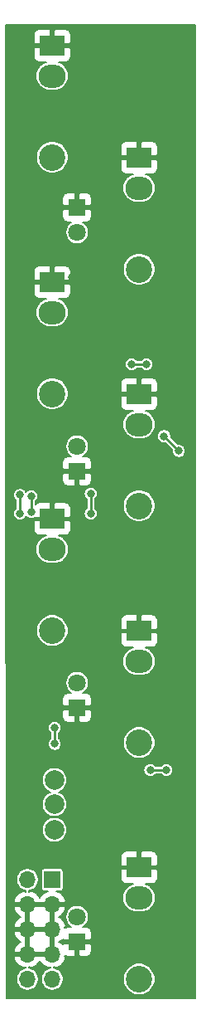
<source format=gbr>
G04 #@! TF.GenerationSoftware,KiCad,Pcbnew,(5.1.9)-1*
G04 #@! TF.CreationDate,2021-08-04T02:23:12+02:00*
G04 #@! TF.ProjectId,sequswit,73657175-7377-4697-942e-6b696361645f,rev?*
G04 #@! TF.SameCoordinates,Original*
G04 #@! TF.FileFunction,Copper,L1,Top*
G04 #@! TF.FilePolarity,Positive*
%FSLAX46Y46*%
G04 Gerber Fmt 4.6, Leading zero omitted, Abs format (unit mm)*
G04 Created by KiCad (PCBNEW (5.1.9)-1) date 2021-08-04 02:23:12*
%MOMM*%
%LPD*%
G01*
G04 APERTURE LIST*
G04 #@! TA.AperFunction,ComponentPad*
%ADD10C,2.000000*%
G04 #@! TD*
G04 #@! TA.AperFunction,ComponentPad*
%ADD11O,1.700000X1.700000*%
G04 #@! TD*
G04 #@! TA.AperFunction,ComponentPad*
%ADD12R,1.700000X1.700000*%
G04 #@! TD*
G04 #@! TA.AperFunction,ComponentPad*
%ADD13C,1.800000*%
G04 #@! TD*
G04 #@! TA.AperFunction,ComponentPad*
%ADD14R,1.800000X1.800000*%
G04 #@! TD*
G04 #@! TA.AperFunction,ComponentPad*
%ADD15O,2.800000X2.350000*%
G04 #@! TD*
G04 #@! TA.AperFunction,ComponentPad*
%ADD16R,2.600000X2.150000*%
G04 #@! TD*
G04 #@! TA.AperFunction,ComponentPad*
%ADD17C,2.700000*%
G04 #@! TD*
G04 #@! TA.AperFunction,ViaPad*
%ADD18C,0.800000*%
G04 #@! TD*
G04 #@! TA.AperFunction,Conductor*
%ADD19C,0.250000*%
G04 #@! TD*
G04 #@! TA.AperFunction,Conductor*
%ADD20C,0.200000*%
G04 #@! TD*
G04 #@! TA.AperFunction,Conductor*
%ADD21C,0.100000*%
G04 #@! TD*
G04 APERTURE END LIST*
D10*
G04 #@! TO.P,SW1,3*
G04 #@! TO.N,Net-(R19-Pad2)*
X245340000Y-161290000D03*
G04 #@! TO.P,SW1,2*
G04 #@! TO.N,Net-(D6-Pad2)*
X245340000Y-158670000D03*
G04 #@! TO.P,SW1,1*
G04 #@! TO.N,Net-(R18-Pad2)*
X245340000Y-156210000D03*
G04 #@! TD*
D11*
G04 #@! TO.P,J8,10*
G04 #@! TO.N,Net-(FB2-Pad2)*
X242570000Y-176530000D03*
G04 #@! TO.P,J8,9*
X245110000Y-176530000D03*
G04 #@! TO.P,J8,8*
G04 #@! TO.N,GNDREF*
X242570000Y-173990000D03*
G04 #@! TO.P,J8,7*
X245110000Y-173990000D03*
G04 #@! TO.P,J8,6*
X242570000Y-171450000D03*
G04 #@! TO.P,J8,5*
X245110000Y-171450000D03*
G04 #@! TO.P,J8,4*
X242570000Y-168910000D03*
G04 #@! TO.P,J8,3*
X245110000Y-168910000D03*
G04 #@! TO.P,J8,2*
G04 #@! TO.N,Net-(D11-Pad2)*
X242570000Y-166370000D03*
D12*
G04 #@! TO.P,J8,1*
X245110000Y-166370000D03*
G04 #@! TD*
D13*
G04 #@! TO.P,D10,2*
G04 #@! TO.N,Net-(D10-Pad2)*
X247650000Y-170180000D03*
D14*
G04 #@! TO.P,D10,1*
G04 #@! TO.N,GNDREF*
X247650000Y-172720000D03*
G04 #@! TD*
D13*
G04 #@! TO.P,D9,2*
G04 #@! TO.N,Net-(D9-Pad2)*
X247650000Y-146304000D03*
D14*
G04 #@! TO.P,D9,1*
G04 #@! TO.N,GNDREF*
X247650000Y-148844000D03*
G04 #@! TD*
D13*
G04 #@! TO.P,D8,2*
G04 #@! TO.N,Net-(D8-Pad2)*
X247650000Y-122174000D03*
D14*
G04 #@! TO.P,D8,1*
G04 #@! TO.N,GNDREF*
X247650000Y-124714000D03*
G04 #@! TD*
D13*
G04 #@! TO.P,D7,2*
G04 #@! TO.N,Net-(D7-Pad2)*
X247650000Y-100330000D03*
D14*
G04 #@! TO.P,D7,1*
G04 #@! TO.N,GNDREF*
X247650000Y-97790000D03*
G04 #@! TD*
D15*
G04 #@! TO.P,J7,TN*
G04 #@! TO.N,Net-(J7-PadTN)*
X245110000Y-84380000D03*
D16*
G04 #@! TO.P,J7,S*
G04 #@! TO.N,GNDREF*
X245110000Y-81280000D03*
D17*
G04 #@! TO.P,J7,T*
G04 #@! TO.N,Net-(D1-Pad2)*
X245110000Y-92680000D03*
G04 #@! TD*
D15*
G04 #@! TO.P,J6,TN*
G04 #@! TO.N,Net-(J6-PadTN)*
X245110000Y-108510000D03*
D16*
G04 #@! TO.P,J6,S*
G04 #@! TO.N,GNDREF*
X245110000Y-105410000D03*
D17*
G04 #@! TO.P,J6,T*
G04 #@! TO.N,Net-(D4-Pad2)*
X245110000Y-116810000D03*
G04 #@! TD*
D15*
G04 #@! TO.P,J5,TN*
G04 #@! TO.N,Net-(J5-PadTN)*
X245110000Y-132670000D03*
D16*
G04 #@! TO.P,J5,S*
G04 #@! TO.N,GNDREF*
X245110000Y-129570000D03*
D17*
G04 #@! TO.P,J5,T*
G04 #@! TO.N,Net-(J5-PadT)*
X245110000Y-140970000D03*
G04 #@! TD*
D15*
G04 #@! TO.P,J4,TN*
G04 #@! TO.N,Net-(J4-PadTN)*
X254000000Y-168230000D03*
D16*
G04 #@! TO.P,J4,S*
G04 #@! TO.N,GNDREF*
X254000000Y-165130000D03*
D17*
G04 #@! TO.P,J4,T*
G04 #@! TO.N,out4*
X254000000Y-176530000D03*
G04 #@! TD*
D15*
G04 #@! TO.P,J3,TN*
G04 #@! TO.N,Net-(J3-PadTN)*
X254000000Y-144100000D03*
D16*
G04 #@! TO.P,J3,S*
G04 #@! TO.N,GNDREF*
X254000000Y-141000000D03*
D17*
G04 #@! TO.P,J3,T*
G04 #@! TO.N,out3*
X254000000Y-152400000D03*
G04 #@! TD*
D15*
G04 #@! TO.P,J2,TN*
G04 #@! TO.N,Net-(J2-PadTN)*
X254000000Y-119940000D03*
D16*
G04 #@! TO.P,J2,S*
G04 #@! TO.N,GNDREF*
X254000000Y-116840000D03*
D17*
G04 #@! TO.P,J2,T*
G04 #@! TO.N,out2*
X254000000Y-128240000D03*
G04 #@! TD*
D15*
G04 #@! TO.P,J1,TN*
G04 #@! TO.N,Net-(J1-PadTN)*
X254000000Y-95810000D03*
D16*
G04 #@! TO.P,J1,S*
G04 #@! TO.N,GNDREF*
X254000000Y-92710000D03*
D17*
G04 #@! TO.P,J1,T*
G04 #@! TO.N,out1*
X254000000Y-104110000D03*
G04 #@! TD*
D18*
G04 #@! TO.N,Net-(R19-Pad2)*
X255143000Y-155194000D03*
X256794000Y-155194000D03*
X256561990Y-121136010D03*
X258064000Y-122638020D03*
G04 #@! TO.N,Net-(R17-Pad2)*
X249047000Y-129032000D03*
X249047000Y-127000000D03*
G04 #@! TO.N,Net-(R18-Pad2)*
X245364000Y-152527000D03*
X245364000Y-150876000D03*
X254762000Y-113792000D03*
X253238000Y-113792000D03*
X242951000Y-128841500D03*
X242951000Y-127254000D03*
G04 #@! TO.N,MR*
X241808000Y-127127000D03*
X241808000Y-129032000D03*
G04 #@! TO.N,GNDREF*
X242570000Y-96139000D03*
X240792000Y-100203000D03*
X247904000Y-110871000D03*
X250571000Y-110236000D03*
X257683000Y-113665000D03*
X252730000Y-138811000D03*
X253492000Y-85344000D03*
X257175000Y-87503000D03*
X257175000Y-90170000D03*
X242062000Y-151892000D03*
X247396000Y-130048000D03*
X247142000Y-104902000D03*
X252984000Y-161290000D03*
X242062000Y-149860000D03*
X242062000Y-150876000D03*
X251714000Y-138938000D03*
X241046000Y-151384000D03*
X241046000Y-150368000D03*
X241046000Y-149352000D03*
X247396000Y-131064000D03*
X257683000Y-114935000D03*
G04 #@! TD*
D19*
G04 #@! TO.N,Net-(R19-Pad2)*
X256794000Y-155194000D02*
X256794000Y-155194000D01*
X255143000Y-155194000D02*
X256794000Y-155194000D01*
X256561990Y-121136010D02*
X258064000Y-122638020D01*
G04 #@! TO.N,Net-(R17-Pad2)*
X249047000Y-129032000D02*
X249047000Y-127000000D01*
X249047000Y-127000000D02*
X249047000Y-127000000D01*
G04 #@! TO.N,Net-(R18-Pad2)*
X254762000Y-113792000D02*
X253238000Y-113792000D01*
X253238000Y-113792000D02*
X253238000Y-113792000D01*
X245364000Y-152527000D02*
X245364000Y-150876000D01*
X242951000Y-128841500D02*
X242951000Y-127254000D01*
G04 #@! TO.N,MR*
X241808000Y-127127000D02*
X241808000Y-129032000D01*
G04 #@! TD*
D20*
G04 #@! TO.N,GNDREF*
X259774773Y-178514300D02*
X240424772Y-178514300D01*
X240421871Y-174368910D01*
X241162097Y-174368910D01*
X241188854Y-174457139D01*
X241306527Y-174717611D01*
X241472754Y-174950122D01*
X241681148Y-175145736D01*
X241923700Y-175296935D01*
X242191089Y-175397909D01*
X242415998Y-175287851D01*
X242415998Y-175388103D01*
X242234557Y-175424194D01*
X242025271Y-175510884D01*
X241836918Y-175636737D01*
X241676737Y-175796918D01*
X241550884Y-175985271D01*
X241464194Y-176194557D01*
X241420000Y-176416735D01*
X241420000Y-176643265D01*
X241464194Y-176865443D01*
X241550884Y-177074729D01*
X241676737Y-177263082D01*
X241836918Y-177423263D01*
X242025271Y-177549116D01*
X242234557Y-177635806D01*
X242456735Y-177680000D01*
X242683265Y-177680000D01*
X242905443Y-177635806D01*
X243114729Y-177549116D01*
X243303082Y-177423263D01*
X243463263Y-177263082D01*
X243589116Y-177074729D01*
X243675806Y-176865443D01*
X243720000Y-176643265D01*
X243720000Y-176416735D01*
X243675806Y-176194557D01*
X243589116Y-175985271D01*
X243463263Y-175796918D01*
X243303082Y-175636737D01*
X243114729Y-175510884D01*
X242905443Y-175424194D01*
X242724002Y-175388103D01*
X242724002Y-175287851D01*
X242948911Y-175397909D01*
X243216300Y-175296935D01*
X243458852Y-175145736D01*
X243667246Y-174950122D01*
X243833473Y-174717611D01*
X243840000Y-174703163D01*
X243846527Y-174717611D01*
X244012754Y-174950122D01*
X244221148Y-175145736D01*
X244463700Y-175296935D01*
X244731089Y-175397909D01*
X244955998Y-175287851D01*
X244955998Y-175388103D01*
X244774557Y-175424194D01*
X244565271Y-175510884D01*
X244376918Y-175636737D01*
X244216737Y-175796918D01*
X244090884Y-175985271D01*
X244004194Y-176194557D01*
X243960000Y-176416735D01*
X243960000Y-176643265D01*
X244004194Y-176865443D01*
X244090884Y-177074729D01*
X244216737Y-177263082D01*
X244376918Y-177423263D01*
X244565271Y-177549116D01*
X244774557Y-177635806D01*
X244996735Y-177680000D01*
X245223265Y-177680000D01*
X245445443Y-177635806D01*
X245654729Y-177549116D01*
X245843082Y-177423263D01*
X246003263Y-177263082D01*
X246129116Y-177074729D01*
X246215806Y-176865443D01*
X246260000Y-176643265D01*
X246260000Y-176416735D01*
X246250205Y-176367489D01*
X252350000Y-176367489D01*
X252350000Y-176692511D01*
X252413408Y-177011287D01*
X252537789Y-177311568D01*
X252718361Y-177581814D01*
X252948186Y-177811639D01*
X253218432Y-177992211D01*
X253518713Y-178116592D01*
X253837489Y-178180000D01*
X254162511Y-178180000D01*
X254481287Y-178116592D01*
X254781568Y-177992211D01*
X255051814Y-177811639D01*
X255281639Y-177581814D01*
X255462211Y-177311568D01*
X255586592Y-177011287D01*
X255650000Y-176692511D01*
X255650000Y-176367489D01*
X255586592Y-176048713D01*
X255462211Y-175748432D01*
X255281639Y-175478186D01*
X255051814Y-175248361D01*
X254781568Y-175067789D01*
X254481287Y-174943408D01*
X254162511Y-174880000D01*
X253837489Y-174880000D01*
X253518713Y-174943408D01*
X253218432Y-175067789D01*
X252948186Y-175248361D01*
X252718361Y-175478186D01*
X252537789Y-175748432D01*
X252413408Y-176048713D01*
X252350000Y-176367489D01*
X246250205Y-176367489D01*
X246215806Y-176194557D01*
X246129116Y-175985271D01*
X246003263Y-175796918D01*
X245843082Y-175636737D01*
X245654729Y-175510884D01*
X245445443Y-175424194D01*
X245264002Y-175388103D01*
X245264002Y-175287851D01*
X245488911Y-175397909D01*
X245756300Y-175296935D01*
X245998852Y-175145736D01*
X246207246Y-174950122D01*
X246373473Y-174717611D01*
X246491146Y-174457139D01*
X246517903Y-174368910D01*
X246406890Y-174144002D01*
X246440554Y-174144002D01*
X246516203Y-174184437D01*
X246630811Y-174219203D01*
X246750000Y-174230942D01*
X247344000Y-174228000D01*
X247496000Y-174076000D01*
X247496000Y-172874000D01*
X247804000Y-172874000D01*
X247804000Y-174076000D01*
X247956000Y-174228000D01*
X248550000Y-174230942D01*
X248669189Y-174219203D01*
X248783797Y-174184437D01*
X248889421Y-174127980D01*
X248982001Y-174052001D01*
X249057980Y-173959421D01*
X249114437Y-173853797D01*
X249149203Y-173739189D01*
X249160942Y-173620000D01*
X249158000Y-173026000D01*
X249006000Y-172874000D01*
X247804000Y-172874000D01*
X247496000Y-172874000D01*
X246294000Y-172874000D01*
X246171591Y-172996409D01*
X245998852Y-172834264D01*
X245815551Y-172720000D01*
X245998852Y-172605736D01*
X246171591Y-172443591D01*
X246294000Y-172566000D01*
X247496000Y-172566000D01*
X247496000Y-172546000D01*
X247804000Y-172546000D01*
X247804000Y-172566000D01*
X249006000Y-172566000D01*
X249158000Y-172414000D01*
X249160942Y-171820000D01*
X249149203Y-171700811D01*
X249114437Y-171586203D01*
X249057980Y-171480579D01*
X248982001Y-171387999D01*
X248889421Y-171312020D01*
X248783797Y-171255563D01*
X248669189Y-171220797D01*
X248550000Y-171209058D01*
X248267756Y-171210456D01*
X248414955Y-171112101D01*
X248582101Y-170944955D01*
X248713426Y-170748413D01*
X248803884Y-170530027D01*
X248850000Y-170298190D01*
X248850000Y-170061810D01*
X248803884Y-169829973D01*
X248713426Y-169611587D01*
X248582101Y-169415045D01*
X248414955Y-169247899D01*
X248218413Y-169116574D01*
X248000027Y-169026116D01*
X247768190Y-168980000D01*
X247531810Y-168980000D01*
X247299973Y-169026116D01*
X247081587Y-169116574D01*
X246885045Y-169247899D01*
X246717899Y-169415045D01*
X246586574Y-169611587D01*
X246496116Y-169829973D01*
X246450000Y-170061810D01*
X246450000Y-170298190D01*
X246496116Y-170530027D01*
X246586574Y-170748413D01*
X246717899Y-170944955D01*
X246885045Y-171112101D01*
X247032244Y-171210456D01*
X246750000Y-171209058D01*
X246630811Y-171220797D01*
X246516203Y-171255563D01*
X246440554Y-171295998D01*
X246406890Y-171295998D01*
X246517903Y-171071090D01*
X246491146Y-170982861D01*
X246373473Y-170722389D01*
X246207246Y-170489878D01*
X245998852Y-170294264D01*
X245815551Y-170180000D01*
X245998852Y-170065736D01*
X246207246Y-169870122D01*
X246373473Y-169637611D01*
X246491146Y-169377139D01*
X246517903Y-169288910D01*
X246406889Y-169064000D01*
X245264000Y-169064000D01*
X245264000Y-171296000D01*
X245284000Y-171296000D01*
X245284000Y-171604000D01*
X245264000Y-171604000D01*
X245264000Y-173836000D01*
X245284000Y-173836000D01*
X245284000Y-174144000D01*
X245264000Y-174144000D01*
X245264000Y-174164000D01*
X244956000Y-174164000D01*
X244956000Y-174144000D01*
X242724000Y-174144000D01*
X242724000Y-174164000D01*
X242416000Y-174164000D01*
X242416000Y-174144000D01*
X241273111Y-174144000D01*
X241162097Y-174368910D01*
X240421871Y-174368910D01*
X240420093Y-171828910D01*
X241162097Y-171828910D01*
X241188854Y-171917139D01*
X241306527Y-172177611D01*
X241472754Y-172410122D01*
X241681148Y-172605736D01*
X241864449Y-172720000D01*
X241681148Y-172834264D01*
X241472754Y-173029878D01*
X241306527Y-173262389D01*
X241188854Y-173522861D01*
X241162097Y-173611090D01*
X241273111Y-173836000D01*
X242416000Y-173836000D01*
X242416000Y-171604000D01*
X242724000Y-171604000D01*
X242724000Y-173836000D01*
X244956000Y-173836000D01*
X244956000Y-171604000D01*
X242724000Y-171604000D01*
X242416000Y-171604000D01*
X241273111Y-171604000D01*
X241162097Y-171828910D01*
X240420093Y-171828910D01*
X240418315Y-169288910D01*
X241162097Y-169288910D01*
X241188854Y-169377139D01*
X241306527Y-169637611D01*
X241472754Y-169870122D01*
X241681148Y-170065736D01*
X241864449Y-170180000D01*
X241681148Y-170294264D01*
X241472754Y-170489878D01*
X241306527Y-170722389D01*
X241188854Y-170982861D01*
X241162097Y-171071090D01*
X241273111Y-171296000D01*
X242416000Y-171296000D01*
X242416000Y-169064000D01*
X242724000Y-169064000D01*
X242724000Y-171296000D01*
X244956000Y-171296000D01*
X244956000Y-169064000D01*
X242724000Y-169064000D01*
X242416000Y-169064000D01*
X241273111Y-169064000D01*
X241162097Y-169288910D01*
X240418315Y-169288910D01*
X240417785Y-168531090D01*
X241162097Y-168531090D01*
X241273111Y-168756000D01*
X242416000Y-168756000D01*
X242416000Y-168736000D01*
X242724000Y-168736000D01*
X242724000Y-168756000D01*
X244956000Y-168756000D01*
X244956000Y-168736000D01*
X245264000Y-168736000D01*
X245264000Y-168756000D01*
X246406889Y-168756000D01*
X246517903Y-168531090D01*
X246491146Y-168442861D01*
X246373473Y-168182389D01*
X246207246Y-167949878D01*
X245998852Y-167754264D01*
X245756300Y-167603065D01*
X245540178Y-167521451D01*
X245960000Y-167521451D01*
X246018810Y-167515659D01*
X246075360Y-167498504D01*
X246127477Y-167470647D01*
X246173158Y-167433158D01*
X246210647Y-167387477D01*
X246238504Y-167335360D01*
X246255659Y-167278810D01*
X246261451Y-167220000D01*
X246261451Y-166205000D01*
X252089058Y-166205000D01*
X252100797Y-166324189D01*
X252135563Y-166438797D01*
X252192020Y-166544421D01*
X252267999Y-166637001D01*
X252360579Y-166712980D01*
X252466203Y-166769437D01*
X252580811Y-166804203D01*
X252700000Y-166815942D01*
X253361766Y-166813983D01*
X253207811Y-166860685D01*
X252951569Y-166997649D01*
X252726972Y-167181972D01*
X252542649Y-167406569D01*
X252405685Y-167662811D01*
X252321343Y-167940850D01*
X252292864Y-168230000D01*
X252321343Y-168519150D01*
X252405685Y-168797189D01*
X252542649Y-169053431D01*
X252726972Y-169278028D01*
X252951569Y-169462351D01*
X253207811Y-169599315D01*
X253485850Y-169683657D01*
X253702548Y-169705000D01*
X254297452Y-169705000D01*
X254514150Y-169683657D01*
X254792189Y-169599315D01*
X255048431Y-169462351D01*
X255273028Y-169278028D01*
X255457351Y-169053431D01*
X255594315Y-168797189D01*
X255678657Y-168519150D01*
X255707136Y-168230000D01*
X255678657Y-167940850D01*
X255594315Y-167662811D01*
X255457351Y-167406569D01*
X255273028Y-167181972D01*
X255048431Y-166997649D01*
X254792189Y-166860685D01*
X254638234Y-166813983D01*
X255300000Y-166815942D01*
X255419189Y-166804203D01*
X255533797Y-166769437D01*
X255639421Y-166712980D01*
X255732001Y-166637001D01*
X255807980Y-166544421D01*
X255864437Y-166438797D01*
X255899203Y-166324189D01*
X255910942Y-166205000D01*
X255908000Y-165436000D01*
X255756000Y-165284000D01*
X254154000Y-165284000D01*
X254154000Y-165304000D01*
X253846000Y-165304000D01*
X253846000Y-165284000D01*
X252244000Y-165284000D01*
X252092000Y-165436000D01*
X252089058Y-166205000D01*
X246261451Y-166205000D01*
X246261451Y-165520000D01*
X246255659Y-165461190D01*
X246238504Y-165404640D01*
X246210647Y-165352523D01*
X246173158Y-165306842D01*
X246127477Y-165269353D01*
X246075360Y-165241496D01*
X246018810Y-165224341D01*
X245960000Y-165218549D01*
X244260000Y-165218549D01*
X244201190Y-165224341D01*
X244144640Y-165241496D01*
X244092523Y-165269353D01*
X244046842Y-165306842D01*
X244009353Y-165352523D01*
X243981496Y-165404640D01*
X243964341Y-165461190D01*
X243958549Y-165520000D01*
X243958549Y-167220000D01*
X243964341Y-167278810D01*
X243981496Y-167335360D01*
X244009353Y-167387477D01*
X244046842Y-167433158D01*
X244092523Y-167470647D01*
X244144640Y-167498504D01*
X244201190Y-167515659D01*
X244260000Y-167521451D01*
X244679822Y-167521451D01*
X244463700Y-167603065D01*
X244221148Y-167754264D01*
X244012754Y-167949878D01*
X243846527Y-168182389D01*
X243840000Y-168196837D01*
X243833473Y-168182389D01*
X243667246Y-167949878D01*
X243458852Y-167754264D01*
X243216300Y-167603065D01*
X242948911Y-167502091D01*
X242724002Y-167612149D01*
X242724002Y-167511897D01*
X242905443Y-167475806D01*
X243114729Y-167389116D01*
X243303082Y-167263263D01*
X243463263Y-167103082D01*
X243589116Y-166914729D01*
X243675806Y-166705443D01*
X243720000Y-166483265D01*
X243720000Y-166256735D01*
X243675806Y-166034557D01*
X243589116Y-165825271D01*
X243463263Y-165636918D01*
X243303082Y-165476737D01*
X243114729Y-165350884D01*
X242905443Y-165264194D01*
X242683265Y-165220000D01*
X242456735Y-165220000D01*
X242234557Y-165264194D01*
X242025271Y-165350884D01*
X241836918Y-165476737D01*
X241676737Y-165636918D01*
X241550884Y-165825271D01*
X241464194Y-166034557D01*
X241420000Y-166256735D01*
X241420000Y-166483265D01*
X241464194Y-166705443D01*
X241550884Y-166914729D01*
X241676737Y-167103082D01*
X241836918Y-167263263D01*
X242025271Y-167389116D01*
X242234557Y-167475806D01*
X242415998Y-167511897D01*
X242415998Y-167612149D01*
X242191089Y-167502091D01*
X241923700Y-167603065D01*
X241681148Y-167754264D01*
X241472754Y-167949878D01*
X241306527Y-168182389D01*
X241188854Y-168442861D01*
X241162097Y-168531090D01*
X240417785Y-168531090D01*
X240414652Y-164055000D01*
X252089058Y-164055000D01*
X252092000Y-164824000D01*
X252244000Y-164976000D01*
X253846000Y-164976000D01*
X253846000Y-163599000D01*
X254154000Y-163599000D01*
X254154000Y-164976000D01*
X255756000Y-164976000D01*
X255908000Y-164824000D01*
X255910942Y-164055000D01*
X255899203Y-163935811D01*
X255864437Y-163821203D01*
X255807980Y-163715579D01*
X255732001Y-163622999D01*
X255639421Y-163547020D01*
X255533797Y-163490563D01*
X255419189Y-163455797D01*
X255300000Y-163444058D01*
X254306000Y-163447000D01*
X254154000Y-163599000D01*
X253846000Y-163599000D01*
X253694000Y-163447000D01*
X252700000Y-163444058D01*
X252580811Y-163455797D01*
X252466203Y-163490563D01*
X252360579Y-163547020D01*
X252267999Y-163622999D01*
X252192020Y-163715579D01*
X252135563Y-163821203D01*
X252100797Y-163935811D01*
X252089058Y-164055000D01*
X240414652Y-164055000D01*
X240412627Y-161161961D01*
X244040000Y-161161961D01*
X244040000Y-161418039D01*
X244089958Y-161669196D01*
X244187955Y-161905781D01*
X244330224Y-162118702D01*
X244511298Y-162299776D01*
X244724219Y-162442045D01*
X244960804Y-162540042D01*
X245211961Y-162590000D01*
X245468039Y-162590000D01*
X245719196Y-162540042D01*
X245955781Y-162442045D01*
X246168702Y-162299776D01*
X246349776Y-162118702D01*
X246492045Y-161905781D01*
X246590042Y-161669196D01*
X246640000Y-161418039D01*
X246640000Y-161161961D01*
X246590042Y-160910804D01*
X246492045Y-160674219D01*
X246349776Y-160461298D01*
X246168702Y-160280224D01*
X245955781Y-160137955D01*
X245719196Y-160039958D01*
X245468039Y-159990000D01*
X245211961Y-159990000D01*
X244960804Y-160039958D01*
X244724219Y-160137955D01*
X244511298Y-160280224D01*
X244330224Y-160461298D01*
X244187955Y-160674219D01*
X244089958Y-160910804D01*
X244040000Y-161161961D01*
X240412627Y-161161961D01*
X240409071Y-156081961D01*
X244040000Y-156081961D01*
X244040000Y-156338039D01*
X244089958Y-156589196D01*
X244187955Y-156825781D01*
X244330224Y-157038702D01*
X244511298Y-157219776D01*
X244724219Y-157362045D01*
X244912418Y-157440000D01*
X244724219Y-157517955D01*
X244511298Y-157660224D01*
X244330224Y-157841298D01*
X244187955Y-158054219D01*
X244089958Y-158290804D01*
X244040000Y-158541961D01*
X244040000Y-158798039D01*
X244089958Y-159049196D01*
X244187955Y-159285781D01*
X244330224Y-159498702D01*
X244511298Y-159679776D01*
X244724219Y-159822045D01*
X244960804Y-159920042D01*
X245211961Y-159970000D01*
X245468039Y-159970000D01*
X245719196Y-159920042D01*
X245955781Y-159822045D01*
X246168702Y-159679776D01*
X246349776Y-159498702D01*
X246492045Y-159285781D01*
X246590042Y-159049196D01*
X246640000Y-158798039D01*
X246640000Y-158541961D01*
X246590042Y-158290804D01*
X246492045Y-158054219D01*
X246349776Y-157841298D01*
X246168702Y-157660224D01*
X245955781Y-157517955D01*
X245767582Y-157440000D01*
X245955781Y-157362045D01*
X246168702Y-157219776D01*
X246349776Y-157038702D01*
X246492045Y-156825781D01*
X246590042Y-156589196D01*
X246640000Y-156338039D01*
X246640000Y-156081961D01*
X246590042Y-155830804D01*
X246492045Y-155594219D01*
X246349776Y-155381298D01*
X246168702Y-155200224D01*
X246056205Y-155125056D01*
X254443000Y-155125056D01*
X254443000Y-155262944D01*
X254469901Y-155398182D01*
X254522668Y-155525574D01*
X254599274Y-155640224D01*
X254696776Y-155737726D01*
X254811426Y-155814332D01*
X254938818Y-155867099D01*
X255074056Y-155894000D01*
X255211944Y-155894000D01*
X255347182Y-155867099D01*
X255474574Y-155814332D01*
X255589224Y-155737726D01*
X255686726Y-155640224D01*
X255700907Y-155619000D01*
X256236093Y-155619000D01*
X256250274Y-155640224D01*
X256347776Y-155737726D01*
X256462426Y-155814332D01*
X256589818Y-155867099D01*
X256725056Y-155894000D01*
X256862944Y-155894000D01*
X256998182Y-155867099D01*
X257125574Y-155814332D01*
X257240224Y-155737726D01*
X257337726Y-155640224D01*
X257414332Y-155525574D01*
X257467099Y-155398182D01*
X257494000Y-155262944D01*
X257494000Y-155125056D01*
X257467099Y-154989818D01*
X257414332Y-154862426D01*
X257337726Y-154747776D01*
X257240224Y-154650274D01*
X257125574Y-154573668D01*
X256998182Y-154520901D01*
X256862944Y-154494000D01*
X256725056Y-154494000D01*
X256589818Y-154520901D01*
X256462426Y-154573668D01*
X256347776Y-154650274D01*
X256250274Y-154747776D01*
X256236093Y-154769000D01*
X255700907Y-154769000D01*
X255686726Y-154747776D01*
X255589224Y-154650274D01*
X255474574Y-154573668D01*
X255347182Y-154520901D01*
X255211944Y-154494000D01*
X255074056Y-154494000D01*
X254938818Y-154520901D01*
X254811426Y-154573668D01*
X254696776Y-154650274D01*
X254599274Y-154747776D01*
X254522668Y-154862426D01*
X254469901Y-154989818D01*
X254443000Y-155125056D01*
X246056205Y-155125056D01*
X245955781Y-155057955D01*
X245719196Y-154959958D01*
X245468039Y-154910000D01*
X245211961Y-154910000D01*
X244960804Y-154959958D01*
X244724219Y-155057955D01*
X244511298Y-155200224D01*
X244330224Y-155381298D01*
X244187955Y-155594219D01*
X244089958Y-155830804D01*
X244040000Y-156081961D01*
X240409071Y-156081961D01*
X240405379Y-150807056D01*
X244664000Y-150807056D01*
X244664000Y-150944944D01*
X244690901Y-151080182D01*
X244743668Y-151207574D01*
X244820274Y-151322224D01*
X244917776Y-151419726D01*
X244939001Y-151433908D01*
X244939000Y-151969092D01*
X244917776Y-151983274D01*
X244820274Y-152080776D01*
X244743668Y-152195426D01*
X244690901Y-152322818D01*
X244664000Y-152458056D01*
X244664000Y-152595944D01*
X244690901Y-152731182D01*
X244743668Y-152858574D01*
X244820274Y-152973224D01*
X244917776Y-153070726D01*
X245032426Y-153147332D01*
X245159818Y-153200099D01*
X245295056Y-153227000D01*
X245432944Y-153227000D01*
X245568182Y-153200099D01*
X245695574Y-153147332D01*
X245810224Y-153070726D01*
X245907726Y-152973224D01*
X245984332Y-152858574D01*
X246037099Y-152731182D01*
X246064000Y-152595944D01*
X246064000Y-152458056D01*
X246037099Y-152322818D01*
X246001755Y-152237489D01*
X252350000Y-152237489D01*
X252350000Y-152562511D01*
X252413408Y-152881287D01*
X252537789Y-153181568D01*
X252718361Y-153451814D01*
X252948186Y-153681639D01*
X253218432Y-153862211D01*
X253518713Y-153986592D01*
X253837489Y-154050000D01*
X254162511Y-154050000D01*
X254481287Y-153986592D01*
X254781568Y-153862211D01*
X255051814Y-153681639D01*
X255281639Y-153451814D01*
X255462211Y-153181568D01*
X255586592Y-152881287D01*
X255650000Y-152562511D01*
X255650000Y-152237489D01*
X255586592Y-151918713D01*
X255462211Y-151618432D01*
X255281639Y-151348186D01*
X255051814Y-151118361D01*
X254781568Y-150937789D01*
X254481287Y-150813408D01*
X254162511Y-150750000D01*
X253837489Y-150750000D01*
X253518713Y-150813408D01*
X253218432Y-150937789D01*
X252948186Y-151118361D01*
X252718361Y-151348186D01*
X252537789Y-151618432D01*
X252413408Y-151918713D01*
X252350000Y-152237489D01*
X246001755Y-152237489D01*
X245984332Y-152195426D01*
X245907726Y-152080776D01*
X245810224Y-151983274D01*
X245789000Y-151969093D01*
X245789000Y-151433907D01*
X245810224Y-151419726D01*
X245907726Y-151322224D01*
X245984332Y-151207574D01*
X246037099Y-151080182D01*
X246064000Y-150944944D01*
X246064000Y-150807056D01*
X246037099Y-150671818D01*
X245984332Y-150544426D01*
X245907726Y-150429776D01*
X245810224Y-150332274D01*
X245695574Y-150255668D01*
X245568182Y-150202901D01*
X245432944Y-150176000D01*
X245295056Y-150176000D01*
X245159818Y-150202901D01*
X245032426Y-150255668D01*
X244917776Y-150332274D01*
X244820274Y-150429776D01*
X244743668Y-150544426D01*
X244690901Y-150671818D01*
X244664000Y-150807056D01*
X240405379Y-150807056D01*
X240404635Y-149744000D01*
X246139058Y-149744000D01*
X246150797Y-149863189D01*
X246185563Y-149977797D01*
X246242020Y-150083421D01*
X246317999Y-150176001D01*
X246410579Y-150251980D01*
X246516203Y-150308437D01*
X246630811Y-150343203D01*
X246750000Y-150354942D01*
X247344000Y-150352000D01*
X247496000Y-150200000D01*
X247496000Y-148998000D01*
X247804000Y-148998000D01*
X247804000Y-150200000D01*
X247956000Y-150352000D01*
X248550000Y-150354942D01*
X248669189Y-150343203D01*
X248783797Y-150308437D01*
X248889421Y-150251980D01*
X248982001Y-150176001D01*
X249057980Y-150083421D01*
X249114437Y-149977797D01*
X249149203Y-149863189D01*
X249160942Y-149744000D01*
X249158000Y-149150000D01*
X249006000Y-148998000D01*
X247804000Y-148998000D01*
X247496000Y-148998000D01*
X246294000Y-148998000D01*
X246142000Y-149150000D01*
X246139058Y-149744000D01*
X240404635Y-149744000D01*
X240403375Y-147944000D01*
X246139058Y-147944000D01*
X246142000Y-148538000D01*
X246294000Y-148690000D01*
X247496000Y-148690000D01*
X247496000Y-148670000D01*
X247804000Y-148670000D01*
X247804000Y-148690000D01*
X249006000Y-148690000D01*
X249158000Y-148538000D01*
X249160942Y-147944000D01*
X249149203Y-147824811D01*
X249114437Y-147710203D01*
X249057980Y-147604579D01*
X248982001Y-147511999D01*
X248889421Y-147436020D01*
X248783797Y-147379563D01*
X248669189Y-147344797D01*
X248550000Y-147333058D01*
X248267756Y-147334456D01*
X248414955Y-147236101D01*
X248582101Y-147068955D01*
X248713426Y-146872413D01*
X248803884Y-146654027D01*
X248850000Y-146422190D01*
X248850000Y-146185810D01*
X248803884Y-145953973D01*
X248713426Y-145735587D01*
X248582101Y-145539045D01*
X248414955Y-145371899D01*
X248218413Y-145240574D01*
X248000027Y-145150116D01*
X247768190Y-145104000D01*
X247531810Y-145104000D01*
X247299973Y-145150116D01*
X247081587Y-145240574D01*
X246885045Y-145371899D01*
X246717899Y-145539045D01*
X246586574Y-145735587D01*
X246496116Y-145953973D01*
X246450000Y-146185810D01*
X246450000Y-146422190D01*
X246496116Y-146654027D01*
X246586574Y-146872413D01*
X246717899Y-147068955D01*
X246885045Y-147236101D01*
X247032244Y-147334456D01*
X246750000Y-147333058D01*
X246630811Y-147344797D01*
X246516203Y-147379563D01*
X246410579Y-147436020D01*
X246317999Y-147511999D01*
X246242020Y-147604579D01*
X246185563Y-147710203D01*
X246150797Y-147824811D01*
X246139058Y-147944000D01*
X240403375Y-147944000D01*
X240398378Y-140807489D01*
X243460000Y-140807489D01*
X243460000Y-141132511D01*
X243523408Y-141451287D01*
X243647789Y-141751568D01*
X243828361Y-142021814D01*
X244058186Y-142251639D01*
X244328432Y-142432211D01*
X244628713Y-142556592D01*
X244947489Y-142620000D01*
X245272511Y-142620000D01*
X245591287Y-142556592D01*
X245891568Y-142432211D01*
X246161814Y-142251639D01*
X246338453Y-142075000D01*
X252089058Y-142075000D01*
X252100797Y-142194189D01*
X252135563Y-142308797D01*
X252192020Y-142414421D01*
X252267999Y-142507001D01*
X252360579Y-142582980D01*
X252466203Y-142639437D01*
X252580811Y-142674203D01*
X252700000Y-142685942D01*
X253361766Y-142683983D01*
X253207811Y-142730685D01*
X252951569Y-142867649D01*
X252726972Y-143051972D01*
X252542649Y-143276569D01*
X252405685Y-143532811D01*
X252321343Y-143810850D01*
X252292864Y-144100000D01*
X252321343Y-144389150D01*
X252405685Y-144667189D01*
X252542649Y-144923431D01*
X252726972Y-145148028D01*
X252951569Y-145332351D01*
X253207811Y-145469315D01*
X253485850Y-145553657D01*
X253702548Y-145575000D01*
X254297452Y-145575000D01*
X254514150Y-145553657D01*
X254792189Y-145469315D01*
X255048431Y-145332351D01*
X255273028Y-145148028D01*
X255457351Y-144923431D01*
X255594315Y-144667189D01*
X255678657Y-144389150D01*
X255707136Y-144100000D01*
X255678657Y-143810850D01*
X255594315Y-143532811D01*
X255457351Y-143276569D01*
X255273028Y-143051972D01*
X255048431Y-142867649D01*
X254792189Y-142730685D01*
X254638234Y-142683983D01*
X255300000Y-142685942D01*
X255419189Y-142674203D01*
X255533797Y-142639437D01*
X255639421Y-142582980D01*
X255732001Y-142507001D01*
X255807980Y-142414421D01*
X255864437Y-142308797D01*
X255899203Y-142194189D01*
X255910942Y-142075000D01*
X255908000Y-141306000D01*
X255756000Y-141154000D01*
X254154000Y-141154000D01*
X254154000Y-141174000D01*
X253846000Y-141174000D01*
X253846000Y-141154000D01*
X252244000Y-141154000D01*
X252092000Y-141306000D01*
X252089058Y-142075000D01*
X246338453Y-142075000D01*
X246391639Y-142021814D01*
X246572211Y-141751568D01*
X246696592Y-141451287D01*
X246760000Y-141132511D01*
X246760000Y-140807489D01*
X246696592Y-140488713D01*
X246572211Y-140188432D01*
X246396192Y-139925000D01*
X252089058Y-139925000D01*
X252092000Y-140694000D01*
X252244000Y-140846000D01*
X253846000Y-140846000D01*
X253846000Y-139469000D01*
X254154000Y-139469000D01*
X254154000Y-140846000D01*
X255756000Y-140846000D01*
X255908000Y-140694000D01*
X255910942Y-139925000D01*
X255899203Y-139805811D01*
X255864437Y-139691203D01*
X255807980Y-139585579D01*
X255732001Y-139492999D01*
X255639421Y-139417020D01*
X255533797Y-139360563D01*
X255419189Y-139325797D01*
X255300000Y-139314058D01*
X254306000Y-139317000D01*
X254154000Y-139469000D01*
X253846000Y-139469000D01*
X253694000Y-139317000D01*
X252700000Y-139314058D01*
X252580811Y-139325797D01*
X252466203Y-139360563D01*
X252360579Y-139417020D01*
X252267999Y-139492999D01*
X252192020Y-139585579D01*
X252135563Y-139691203D01*
X252100797Y-139805811D01*
X252089058Y-139925000D01*
X246396192Y-139925000D01*
X246391639Y-139918186D01*
X246161814Y-139688361D01*
X245891568Y-139507789D01*
X245591287Y-139383408D01*
X245272511Y-139320000D01*
X244947489Y-139320000D01*
X244628713Y-139383408D01*
X244328432Y-139507789D01*
X244058186Y-139688361D01*
X243828361Y-139918186D01*
X243647789Y-140188432D01*
X243523408Y-140488713D01*
X243460000Y-140807489D01*
X240398378Y-140807489D01*
X240391264Y-130645000D01*
X243199058Y-130645000D01*
X243210797Y-130764189D01*
X243245563Y-130878797D01*
X243302020Y-130984421D01*
X243377999Y-131077001D01*
X243470579Y-131152980D01*
X243576203Y-131209437D01*
X243690811Y-131244203D01*
X243810000Y-131255942D01*
X244471766Y-131253983D01*
X244317811Y-131300685D01*
X244061569Y-131437649D01*
X243836972Y-131621972D01*
X243652649Y-131846569D01*
X243515685Y-132102811D01*
X243431343Y-132380850D01*
X243402864Y-132670000D01*
X243431343Y-132959150D01*
X243515685Y-133237189D01*
X243652649Y-133493431D01*
X243836972Y-133718028D01*
X244061569Y-133902351D01*
X244317811Y-134039315D01*
X244595850Y-134123657D01*
X244812548Y-134145000D01*
X245407452Y-134145000D01*
X245624150Y-134123657D01*
X245902189Y-134039315D01*
X246158431Y-133902351D01*
X246383028Y-133718028D01*
X246567351Y-133493431D01*
X246704315Y-133237189D01*
X246788657Y-132959150D01*
X246817136Y-132670000D01*
X246788657Y-132380850D01*
X246704315Y-132102811D01*
X246567351Y-131846569D01*
X246383028Y-131621972D01*
X246158431Y-131437649D01*
X245902189Y-131300685D01*
X245748234Y-131253983D01*
X246410000Y-131255942D01*
X246529189Y-131244203D01*
X246643797Y-131209437D01*
X246749421Y-131152980D01*
X246842001Y-131077001D01*
X246917980Y-130984421D01*
X246974437Y-130878797D01*
X247009203Y-130764189D01*
X247020942Y-130645000D01*
X247018000Y-129876000D01*
X246866000Y-129724000D01*
X245264000Y-129724000D01*
X245264000Y-129744000D01*
X244956000Y-129744000D01*
X244956000Y-129724000D01*
X243354000Y-129724000D01*
X243202000Y-129876000D01*
X243199058Y-130645000D01*
X240391264Y-130645000D01*
X240388753Y-127058056D01*
X241108000Y-127058056D01*
X241108000Y-127195944D01*
X241134901Y-127331182D01*
X241187668Y-127458574D01*
X241264274Y-127573224D01*
X241361776Y-127670726D01*
X241383000Y-127684907D01*
X241383001Y-128474092D01*
X241361776Y-128488274D01*
X241264274Y-128585776D01*
X241187668Y-128700426D01*
X241134901Y-128827818D01*
X241108000Y-128963056D01*
X241108000Y-129100944D01*
X241134901Y-129236182D01*
X241187668Y-129363574D01*
X241264274Y-129478224D01*
X241361776Y-129575726D01*
X241476426Y-129652332D01*
X241603818Y-129705099D01*
X241739056Y-129732000D01*
X241876944Y-129732000D01*
X242012182Y-129705099D01*
X242139574Y-129652332D01*
X242254224Y-129575726D01*
X242351726Y-129478224D01*
X242428332Y-129363574D01*
X242444380Y-129324830D01*
X242504776Y-129385226D01*
X242619426Y-129461832D01*
X242746818Y-129514599D01*
X242882056Y-129541500D01*
X243019944Y-129541500D01*
X243155182Y-129514599D01*
X243282574Y-129461832D01*
X243352865Y-129414865D01*
X243354000Y-129416000D01*
X244956000Y-129416000D01*
X244956000Y-128039000D01*
X245264000Y-128039000D01*
X245264000Y-129416000D01*
X246866000Y-129416000D01*
X247018000Y-129264000D01*
X247020942Y-128495000D01*
X247009203Y-128375811D01*
X246974437Y-128261203D01*
X246917980Y-128155579D01*
X246842001Y-128062999D01*
X246749421Y-127987020D01*
X246643797Y-127930563D01*
X246529189Y-127895797D01*
X246410000Y-127884058D01*
X245416000Y-127887000D01*
X245264000Y-128039000D01*
X244956000Y-128039000D01*
X244804000Y-127887000D01*
X243810000Y-127884058D01*
X243690811Y-127895797D01*
X243576203Y-127930563D01*
X243470579Y-127987020D01*
X243377999Y-128062999D01*
X243376000Y-128065435D01*
X243376000Y-127811907D01*
X243397224Y-127797726D01*
X243494726Y-127700224D01*
X243571332Y-127585574D01*
X243624099Y-127458182D01*
X243651000Y-127322944D01*
X243651000Y-127185056D01*
X243624099Y-127049818D01*
X243574907Y-126931056D01*
X248347000Y-126931056D01*
X248347000Y-127068944D01*
X248373901Y-127204182D01*
X248426668Y-127331574D01*
X248503274Y-127446224D01*
X248600776Y-127543726D01*
X248622001Y-127557908D01*
X248622000Y-128474093D01*
X248600776Y-128488274D01*
X248503274Y-128585776D01*
X248426668Y-128700426D01*
X248373901Y-128827818D01*
X248347000Y-128963056D01*
X248347000Y-129100944D01*
X248373901Y-129236182D01*
X248426668Y-129363574D01*
X248503274Y-129478224D01*
X248600776Y-129575726D01*
X248715426Y-129652332D01*
X248842818Y-129705099D01*
X248978056Y-129732000D01*
X249115944Y-129732000D01*
X249251182Y-129705099D01*
X249378574Y-129652332D01*
X249493224Y-129575726D01*
X249590726Y-129478224D01*
X249667332Y-129363574D01*
X249720099Y-129236182D01*
X249747000Y-129100944D01*
X249747000Y-128963056D01*
X249720099Y-128827818D01*
X249667332Y-128700426D01*
X249590726Y-128585776D01*
X249493224Y-128488274D01*
X249472000Y-128474093D01*
X249472000Y-128077489D01*
X252350000Y-128077489D01*
X252350000Y-128402511D01*
X252413408Y-128721287D01*
X252537789Y-129021568D01*
X252718361Y-129291814D01*
X252948186Y-129521639D01*
X253218432Y-129702211D01*
X253518713Y-129826592D01*
X253837489Y-129890000D01*
X254162511Y-129890000D01*
X254481287Y-129826592D01*
X254781568Y-129702211D01*
X255051814Y-129521639D01*
X255281639Y-129291814D01*
X255462211Y-129021568D01*
X255586592Y-128721287D01*
X255650000Y-128402511D01*
X255650000Y-128077489D01*
X255586592Y-127758713D01*
X255462211Y-127458432D01*
X255281639Y-127188186D01*
X255051814Y-126958361D01*
X254781568Y-126777789D01*
X254481287Y-126653408D01*
X254162511Y-126590000D01*
X253837489Y-126590000D01*
X253518713Y-126653408D01*
X253218432Y-126777789D01*
X252948186Y-126958361D01*
X252718361Y-127188186D01*
X252537789Y-127458432D01*
X252413408Y-127758713D01*
X252350000Y-128077489D01*
X249472000Y-128077489D01*
X249472000Y-127557907D01*
X249493224Y-127543726D01*
X249590726Y-127446224D01*
X249667332Y-127331574D01*
X249720099Y-127204182D01*
X249747000Y-127068944D01*
X249747000Y-126931056D01*
X249720099Y-126795818D01*
X249667332Y-126668426D01*
X249590726Y-126553776D01*
X249493224Y-126456274D01*
X249378574Y-126379668D01*
X249251182Y-126326901D01*
X249115944Y-126300000D01*
X248978056Y-126300000D01*
X248842818Y-126326901D01*
X248715426Y-126379668D01*
X248600776Y-126456274D01*
X248503274Y-126553776D01*
X248426668Y-126668426D01*
X248373901Y-126795818D01*
X248347000Y-126931056D01*
X243574907Y-126931056D01*
X243571332Y-126922426D01*
X243494726Y-126807776D01*
X243397224Y-126710274D01*
X243282574Y-126633668D01*
X243155182Y-126580901D01*
X243019944Y-126554000D01*
X242882056Y-126554000D01*
X242746818Y-126580901D01*
X242619426Y-126633668D01*
X242504776Y-126710274D01*
X242424844Y-126790206D01*
X242351726Y-126680776D01*
X242254224Y-126583274D01*
X242139574Y-126506668D01*
X242012182Y-126453901D01*
X241876944Y-126427000D01*
X241739056Y-126427000D01*
X241603818Y-126453901D01*
X241476426Y-126506668D01*
X241361776Y-126583274D01*
X241264274Y-126680776D01*
X241187668Y-126795426D01*
X241134901Y-126922818D01*
X241108000Y-127058056D01*
X240388753Y-127058056D01*
X240387743Y-125614000D01*
X246139058Y-125614000D01*
X246150797Y-125733189D01*
X246185563Y-125847797D01*
X246242020Y-125953421D01*
X246317999Y-126046001D01*
X246410579Y-126121980D01*
X246516203Y-126178437D01*
X246630811Y-126213203D01*
X246750000Y-126224942D01*
X247344000Y-126222000D01*
X247496000Y-126070000D01*
X247496000Y-124868000D01*
X247804000Y-124868000D01*
X247804000Y-126070000D01*
X247956000Y-126222000D01*
X248550000Y-126224942D01*
X248669189Y-126213203D01*
X248783797Y-126178437D01*
X248889421Y-126121980D01*
X248982001Y-126046001D01*
X249057980Y-125953421D01*
X249114437Y-125847797D01*
X249149203Y-125733189D01*
X249160942Y-125614000D01*
X249158000Y-125020000D01*
X249006000Y-124868000D01*
X247804000Y-124868000D01*
X247496000Y-124868000D01*
X246294000Y-124868000D01*
X246142000Y-125020000D01*
X246139058Y-125614000D01*
X240387743Y-125614000D01*
X240386483Y-123814000D01*
X246139058Y-123814000D01*
X246142000Y-124408000D01*
X246294000Y-124560000D01*
X247496000Y-124560000D01*
X247496000Y-124540000D01*
X247804000Y-124540000D01*
X247804000Y-124560000D01*
X249006000Y-124560000D01*
X249158000Y-124408000D01*
X249160942Y-123814000D01*
X249149203Y-123694811D01*
X249114437Y-123580203D01*
X249057980Y-123474579D01*
X248982001Y-123381999D01*
X248889421Y-123306020D01*
X248783797Y-123249563D01*
X248669189Y-123214797D01*
X248550000Y-123203058D01*
X248267756Y-123204456D01*
X248414955Y-123106101D01*
X248582101Y-122938955D01*
X248713426Y-122742413D01*
X248803884Y-122524027D01*
X248850000Y-122292190D01*
X248850000Y-122055810D01*
X248803884Y-121823973D01*
X248713426Y-121605587D01*
X248582101Y-121409045D01*
X248414955Y-121241899D01*
X248218413Y-121110574D01*
X248000027Y-121020116D01*
X247768190Y-120974000D01*
X247531810Y-120974000D01*
X247299973Y-121020116D01*
X247081587Y-121110574D01*
X246885045Y-121241899D01*
X246717899Y-121409045D01*
X246586574Y-121605587D01*
X246496116Y-121823973D01*
X246450000Y-122055810D01*
X246450000Y-122292190D01*
X246496116Y-122524027D01*
X246586574Y-122742413D01*
X246717899Y-122938955D01*
X246885045Y-123106101D01*
X247032244Y-123204456D01*
X246750000Y-123203058D01*
X246630811Y-123214797D01*
X246516203Y-123249563D01*
X246410579Y-123306020D01*
X246317999Y-123381999D01*
X246242020Y-123474579D01*
X246185563Y-123580203D01*
X246150797Y-123694811D01*
X246139058Y-123814000D01*
X240386483Y-123814000D01*
X240381466Y-116647489D01*
X243460000Y-116647489D01*
X243460000Y-116972511D01*
X243523408Y-117291287D01*
X243647789Y-117591568D01*
X243828361Y-117861814D01*
X244058186Y-118091639D01*
X244328432Y-118272211D01*
X244628713Y-118396592D01*
X244947489Y-118460000D01*
X245272511Y-118460000D01*
X245591287Y-118396592D01*
X245891568Y-118272211D01*
X246161814Y-118091639D01*
X246338453Y-117915000D01*
X252089058Y-117915000D01*
X252100797Y-118034189D01*
X252135563Y-118148797D01*
X252192020Y-118254421D01*
X252267999Y-118347001D01*
X252360579Y-118422980D01*
X252466203Y-118479437D01*
X252580811Y-118514203D01*
X252700000Y-118525942D01*
X253361766Y-118523983D01*
X253207811Y-118570685D01*
X252951569Y-118707649D01*
X252726972Y-118891972D01*
X252542649Y-119116569D01*
X252405685Y-119372811D01*
X252321343Y-119650850D01*
X252292864Y-119940000D01*
X252321343Y-120229150D01*
X252405685Y-120507189D01*
X252542649Y-120763431D01*
X252726972Y-120988028D01*
X252951569Y-121172351D01*
X253207811Y-121309315D01*
X253485850Y-121393657D01*
X253702548Y-121415000D01*
X254297452Y-121415000D01*
X254514150Y-121393657D01*
X254792189Y-121309315D01*
X255048431Y-121172351D01*
X255176720Y-121067066D01*
X255861990Y-121067066D01*
X255861990Y-121204954D01*
X255888891Y-121340192D01*
X255941658Y-121467584D01*
X256018264Y-121582234D01*
X256115766Y-121679736D01*
X256230416Y-121756342D01*
X256357808Y-121809109D01*
X256493046Y-121836010D01*
X256630934Y-121836010D01*
X256655970Y-121831030D01*
X257368980Y-122544041D01*
X257364000Y-122569076D01*
X257364000Y-122706964D01*
X257390901Y-122842202D01*
X257443668Y-122969594D01*
X257520274Y-123084244D01*
X257617776Y-123181746D01*
X257732426Y-123258352D01*
X257859818Y-123311119D01*
X257995056Y-123338020D01*
X258132944Y-123338020D01*
X258268182Y-123311119D01*
X258395574Y-123258352D01*
X258510224Y-123181746D01*
X258607726Y-123084244D01*
X258684332Y-122969594D01*
X258737099Y-122842202D01*
X258764000Y-122706964D01*
X258764000Y-122569076D01*
X258737099Y-122433838D01*
X258684332Y-122306446D01*
X258607726Y-122191796D01*
X258510224Y-122094294D01*
X258395574Y-122017688D01*
X258268182Y-121964921D01*
X258132944Y-121938020D01*
X257995056Y-121938020D01*
X257970021Y-121943000D01*
X257257010Y-121229990D01*
X257261990Y-121204954D01*
X257261990Y-121067066D01*
X257235089Y-120931828D01*
X257182322Y-120804436D01*
X257105716Y-120689786D01*
X257008214Y-120592284D01*
X256893564Y-120515678D01*
X256766172Y-120462911D01*
X256630934Y-120436010D01*
X256493046Y-120436010D01*
X256357808Y-120462911D01*
X256230416Y-120515678D01*
X256115766Y-120592284D01*
X256018264Y-120689786D01*
X255941658Y-120804436D01*
X255888891Y-120931828D01*
X255861990Y-121067066D01*
X255176720Y-121067066D01*
X255273028Y-120988028D01*
X255457351Y-120763431D01*
X255594315Y-120507189D01*
X255678657Y-120229150D01*
X255707136Y-119940000D01*
X255678657Y-119650850D01*
X255594315Y-119372811D01*
X255457351Y-119116569D01*
X255273028Y-118891972D01*
X255048431Y-118707649D01*
X254792189Y-118570685D01*
X254638234Y-118523983D01*
X255300000Y-118525942D01*
X255419189Y-118514203D01*
X255533797Y-118479437D01*
X255639421Y-118422980D01*
X255732001Y-118347001D01*
X255807980Y-118254421D01*
X255864437Y-118148797D01*
X255899203Y-118034189D01*
X255910942Y-117915000D01*
X255908000Y-117146000D01*
X255756000Y-116994000D01*
X254154000Y-116994000D01*
X254154000Y-117014000D01*
X253846000Y-117014000D01*
X253846000Y-116994000D01*
X252244000Y-116994000D01*
X252092000Y-117146000D01*
X252089058Y-117915000D01*
X246338453Y-117915000D01*
X246391639Y-117861814D01*
X246572211Y-117591568D01*
X246696592Y-117291287D01*
X246760000Y-116972511D01*
X246760000Y-116647489D01*
X246696592Y-116328713D01*
X246572211Y-116028432D01*
X246396192Y-115765000D01*
X252089058Y-115765000D01*
X252092000Y-116534000D01*
X252244000Y-116686000D01*
X253846000Y-116686000D01*
X253846000Y-115309000D01*
X254154000Y-115309000D01*
X254154000Y-116686000D01*
X255756000Y-116686000D01*
X255908000Y-116534000D01*
X255910942Y-115765000D01*
X255899203Y-115645811D01*
X255864437Y-115531203D01*
X255807980Y-115425579D01*
X255732001Y-115332999D01*
X255639421Y-115257020D01*
X255533797Y-115200563D01*
X255419189Y-115165797D01*
X255300000Y-115154058D01*
X254306000Y-115157000D01*
X254154000Y-115309000D01*
X253846000Y-115309000D01*
X253694000Y-115157000D01*
X252700000Y-115154058D01*
X252580811Y-115165797D01*
X252466203Y-115200563D01*
X252360579Y-115257020D01*
X252267999Y-115332999D01*
X252192020Y-115425579D01*
X252135563Y-115531203D01*
X252100797Y-115645811D01*
X252089058Y-115765000D01*
X246396192Y-115765000D01*
X246391639Y-115758186D01*
X246161814Y-115528361D01*
X245891568Y-115347789D01*
X245591287Y-115223408D01*
X245272511Y-115160000D01*
X244947489Y-115160000D01*
X244628713Y-115223408D01*
X244328432Y-115347789D01*
X244058186Y-115528361D01*
X243828361Y-115758186D01*
X243647789Y-116028432D01*
X243523408Y-116328713D01*
X243460000Y-116647489D01*
X240381466Y-116647489D01*
X240379419Y-113723056D01*
X252538000Y-113723056D01*
X252538000Y-113860944D01*
X252564901Y-113996182D01*
X252617668Y-114123574D01*
X252694274Y-114238224D01*
X252791776Y-114335726D01*
X252906426Y-114412332D01*
X253033818Y-114465099D01*
X253169056Y-114492000D01*
X253306944Y-114492000D01*
X253442182Y-114465099D01*
X253569574Y-114412332D01*
X253684224Y-114335726D01*
X253781726Y-114238224D01*
X253795907Y-114217000D01*
X254204093Y-114217000D01*
X254218274Y-114238224D01*
X254315776Y-114335726D01*
X254430426Y-114412332D01*
X254557818Y-114465099D01*
X254693056Y-114492000D01*
X254830944Y-114492000D01*
X254966182Y-114465099D01*
X255093574Y-114412332D01*
X255208224Y-114335726D01*
X255305726Y-114238224D01*
X255382332Y-114123574D01*
X255435099Y-113996182D01*
X255462000Y-113860944D01*
X255462000Y-113723056D01*
X255435099Y-113587818D01*
X255382332Y-113460426D01*
X255305726Y-113345776D01*
X255208224Y-113248274D01*
X255093574Y-113171668D01*
X254966182Y-113118901D01*
X254830944Y-113092000D01*
X254693056Y-113092000D01*
X254557818Y-113118901D01*
X254430426Y-113171668D01*
X254315776Y-113248274D01*
X254218274Y-113345776D01*
X254204093Y-113367000D01*
X253795907Y-113367000D01*
X253781726Y-113345776D01*
X253684224Y-113248274D01*
X253569574Y-113171668D01*
X253442182Y-113118901D01*
X253306944Y-113092000D01*
X253169056Y-113092000D01*
X253033818Y-113118901D01*
X252906426Y-113171668D01*
X252791776Y-113248274D01*
X252694274Y-113345776D01*
X252617668Y-113460426D01*
X252564901Y-113587818D01*
X252538000Y-113723056D01*
X240379419Y-113723056D01*
X240374352Y-106485000D01*
X243199058Y-106485000D01*
X243210797Y-106604189D01*
X243245563Y-106718797D01*
X243302020Y-106824421D01*
X243377999Y-106917001D01*
X243470579Y-106992980D01*
X243576203Y-107049437D01*
X243690811Y-107084203D01*
X243810000Y-107095942D01*
X244471766Y-107093983D01*
X244317811Y-107140685D01*
X244061569Y-107277649D01*
X243836972Y-107461972D01*
X243652649Y-107686569D01*
X243515685Y-107942811D01*
X243431343Y-108220850D01*
X243402864Y-108510000D01*
X243431343Y-108799150D01*
X243515685Y-109077189D01*
X243652649Y-109333431D01*
X243836972Y-109558028D01*
X244061569Y-109742351D01*
X244317811Y-109879315D01*
X244595850Y-109963657D01*
X244812548Y-109985000D01*
X245407452Y-109985000D01*
X245624150Y-109963657D01*
X245902189Y-109879315D01*
X246158431Y-109742351D01*
X246383028Y-109558028D01*
X246567351Y-109333431D01*
X246704315Y-109077189D01*
X246788657Y-108799150D01*
X246817136Y-108510000D01*
X246788657Y-108220850D01*
X246704315Y-107942811D01*
X246567351Y-107686569D01*
X246383028Y-107461972D01*
X246158431Y-107277649D01*
X245902189Y-107140685D01*
X245748234Y-107093983D01*
X246410000Y-107095942D01*
X246529189Y-107084203D01*
X246643797Y-107049437D01*
X246749421Y-106992980D01*
X246842001Y-106917001D01*
X246917980Y-106824421D01*
X246974437Y-106718797D01*
X247009203Y-106604189D01*
X247020942Y-106485000D01*
X247018000Y-105716000D01*
X246866000Y-105564000D01*
X245264000Y-105564000D01*
X245264000Y-105584000D01*
X244956000Y-105584000D01*
X244956000Y-105564000D01*
X243354000Y-105564000D01*
X243202000Y-105716000D01*
X243199058Y-106485000D01*
X240374352Y-106485000D01*
X240372847Y-104335000D01*
X243199058Y-104335000D01*
X243202000Y-105104000D01*
X243354000Y-105256000D01*
X244956000Y-105256000D01*
X244956000Y-103879000D01*
X245264000Y-103879000D01*
X245264000Y-105256000D01*
X246866000Y-105256000D01*
X247018000Y-105104000D01*
X247020942Y-104335000D01*
X247009203Y-104215811D01*
X246974437Y-104101203D01*
X246917980Y-103995579D01*
X246878514Y-103947489D01*
X252350000Y-103947489D01*
X252350000Y-104272511D01*
X252413408Y-104591287D01*
X252537789Y-104891568D01*
X252718361Y-105161814D01*
X252948186Y-105391639D01*
X253218432Y-105572211D01*
X253518713Y-105696592D01*
X253837489Y-105760000D01*
X254162511Y-105760000D01*
X254481287Y-105696592D01*
X254781568Y-105572211D01*
X255051814Y-105391639D01*
X255281639Y-105161814D01*
X255462211Y-104891568D01*
X255586592Y-104591287D01*
X255650000Y-104272511D01*
X255650000Y-103947489D01*
X255586592Y-103628713D01*
X255462211Y-103328432D01*
X255281639Y-103058186D01*
X255051814Y-102828361D01*
X254781568Y-102647789D01*
X254481287Y-102523408D01*
X254162511Y-102460000D01*
X253837489Y-102460000D01*
X253518713Y-102523408D01*
X253218432Y-102647789D01*
X252948186Y-102828361D01*
X252718361Y-103058186D01*
X252537789Y-103328432D01*
X252413408Y-103628713D01*
X252350000Y-103947489D01*
X246878514Y-103947489D01*
X246842001Y-103902999D01*
X246749421Y-103827020D01*
X246643797Y-103770563D01*
X246529189Y-103735797D01*
X246410000Y-103724058D01*
X245416000Y-103727000D01*
X245264000Y-103879000D01*
X244956000Y-103879000D01*
X244804000Y-103727000D01*
X243810000Y-103724058D01*
X243690811Y-103735797D01*
X243576203Y-103770563D01*
X243470579Y-103827020D01*
X243377999Y-103902999D01*
X243302020Y-103995579D01*
X243245563Y-104101203D01*
X243210797Y-104215811D01*
X243199058Y-104335000D01*
X240372847Y-104335000D01*
X240368896Y-98690000D01*
X246139058Y-98690000D01*
X246150797Y-98809189D01*
X246185563Y-98923797D01*
X246242020Y-99029421D01*
X246317999Y-99122001D01*
X246410579Y-99197980D01*
X246516203Y-99254437D01*
X246630811Y-99289203D01*
X246750000Y-99300942D01*
X247032244Y-99299544D01*
X246885045Y-99397899D01*
X246717899Y-99565045D01*
X246586574Y-99761587D01*
X246496116Y-99979973D01*
X246450000Y-100211810D01*
X246450000Y-100448190D01*
X246496116Y-100680027D01*
X246586574Y-100898413D01*
X246717899Y-101094955D01*
X246885045Y-101262101D01*
X247081587Y-101393426D01*
X247299973Y-101483884D01*
X247531810Y-101530000D01*
X247768190Y-101530000D01*
X248000027Y-101483884D01*
X248218413Y-101393426D01*
X248414955Y-101262101D01*
X248582101Y-101094955D01*
X248713426Y-100898413D01*
X248803884Y-100680027D01*
X248850000Y-100448190D01*
X248850000Y-100211810D01*
X248803884Y-99979973D01*
X248713426Y-99761587D01*
X248582101Y-99565045D01*
X248414955Y-99397899D01*
X248267756Y-99299544D01*
X248550000Y-99300942D01*
X248669189Y-99289203D01*
X248783797Y-99254437D01*
X248889421Y-99197980D01*
X248982001Y-99122001D01*
X249057980Y-99029421D01*
X249114437Y-98923797D01*
X249149203Y-98809189D01*
X249160942Y-98690000D01*
X249158000Y-98096000D01*
X249006000Y-97944000D01*
X247804000Y-97944000D01*
X247804000Y-97964000D01*
X247496000Y-97964000D01*
X247496000Y-97944000D01*
X246294000Y-97944000D01*
X246142000Y-98096000D01*
X246139058Y-98690000D01*
X240368896Y-98690000D01*
X240367636Y-96890000D01*
X246139058Y-96890000D01*
X246142000Y-97484000D01*
X246294000Y-97636000D01*
X247496000Y-97636000D01*
X247496000Y-96434000D01*
X247804000Y-96434000D01*
X247804000Y-97636000D01*
X249006000Y-97636000D01*
X249158000Y-97484000D01*
X249160942Y-96890000D01*
X249149203Y-96770811D01*
X249114437Y-96656203D01*
X249057980Y-96550579D01*
X248982001Y-96457999D01*
X248889421Y-96382020D01*
X248783797Y-96325563D01*
X248669189Y-96290797D01*
X248550000Y-96279058D01*
X247956000Y-96282000D01*
X247804000Y-96434000D01*
X247496000Y-96434000D01*
X247344000Y-96282000D01*
X246750000Y-96279058D01*
X246630811Y-96290797D01*
X246516203Y-96325563D01*
X246410579Y-96382020D01*
X246317999Y-96457999D01*
X246242020Y-96550579D01*
X246185563Y-96656203D01*
X246150797Y-96770811D01*
X246139058Y-96890000D01*
X240367636Y-96890000D01*
X240364575Y-92517489D01*
X243460000Y-92517489D01*
X243460000Y-92842511D01*
X243523408Y-93161287D01*
X243647789Y-93461568D01*
X243828361Y-93731814D01*
X244058186Y-93961639D01*
X244328432Y-94142211D01*
X244628713Y-94266592D01*
X244947489Y-94330000D01*
X245272511Y-94330000D01*
X245591287Y-94266592D01*
X245891568Y-94142211D01*
X246161814Y-93961639D01*
X246338453Y-93785000D01*
X252089058Y-93785000D01*
X252100797Y-93904189D01*
X252135563Y-94018797D01*
X252192020Y-94124421D01*
X252267999Y-94217001D01*
X252360579Y-94292980D01*
X252466203Y-94349437D01*
X252580811Y-94384203D01*
X252700000Y-94395942D01*
X253361766Y-94393983D01*
X253207811Y-94440685D01*
X252951569Y-94577649D01*
X252726972Y-94761972D01*
X252542649Y-94986569D01*
X252405685Y-95242811D01*
X252321343Y-95520850D01*
X252292864Y-95810000D01*
X252321343Y-96099150D01*
X252405685Y-96377189D01*
X252542649Y-96633431D01*
X252726972Y-96858028D01*
X252951569Y-97042351D01*
X253207811Y-97179315D01*
X253485850Y-97263657D01*
X253702548Y-97285000D01*
X254297452Y-97285000D01*
X254514150Y-97263657D01*
X254792189Y-97179315D01*
X255048431Y-97042351D01*
X255273028Y-96858028D01*
X255457351Y-96633431D01*
X255594315Y-96377189D01*
X255678657Y-96099150D01*
X255707136Y-95810000D01*
X255678657Y-95520850D01*
X255594315Y-95242811D01*
X255457351Y-94986569D01*
X255273028Y-94761972D01*
X255048431Y-94577649D01*
X254792189Y-94440685D01*
X254638234Y-94393983D01*
X255300000Y-94395942D01*
X255419189Y-94384203D01*
X255533797Y-94349437D01*
X255639421Y-94292980D01*
X255732001Y-94217001D01*
X255807980Y-94124421D01*
X255864437Y-94018797D01*
X255899203Y-93904189D01*
X255910942Y-93785000D01*
X255908000Y-93016000D01*
X255756000Y-92864000D01*
X254154000Y-92864000D01*
X254154000Y-92884000D01*
X253846000Y-92884000D01*
X253846000Y-92864000D01*
X252244000Y-92864000D01*
X252092000Y-93016000D01*
X252089058Y-93785000D01*
X246338453Y-93785000D01*
X246391639Y-93731814D01*
X246572211Y-93461568D01*
X246696592Y-93161287D01*
X246760000Y-92842511D01*
X246760000Y-92517489D01*
X246696592Y-92198713D01*
X246572211Y-91898432D01*
X246396192Y-91635000D01*
X252089058Y-91635000D01*
X252092000Y-92404000D01*
X252244000Y-92556000D01*
X253846000Y-92556000D01*
X253846000Y-91179000D01*
X254154000Y-91179000D01*
X254154000Y-92556000D01*
X255756000Y-92556000D01*
X255908000Y-92404000D01*
X255910942Y-91635000D01*
X255899203Y-91515811D01*
X255864437Y-91401203D01*
X255807980Y-91295579D01*
X255732001Y-91202999D01*
X255639421Y-91127020D01*
X255533797Y-91070563D01*
X255419189Y-91035797D01*
X255300000Y-91024058D01*
X254306000Y-91027000D01*
X254154000Y-91179000D01*
X253846000Y-91179000D01*
X253694000Y-91027000D01*
X252700000Y-91024058D01*
X252580811Y-91035797D01*
X252466203Y-91070563D01*
X252360579Y-91127020D01*
X252267999Y-91202999D01*
X252192020Y-91295579D01*
X252135563Y-91401203D01*
X252100797Y-91515811D01*
X252089058Y-91635000D01*
X246396192Y-91635000D01*
X246391639Y-91628186D01*
X246161814Y-91398361D01*
X245891568Y-91217789D01*
X245591287Y-91093408D01*
X245272511Y-91030000D01*
X244947489Y-91030000D01*
X244628713Y-91093408D01*
X244328432Y-91217789D01*
X244058186Y-91398361D01*
X243828361Y-91628186D01*
X243647789Y-91898432D01*
X243523408Y-92198713D01*
X243460000Y-92517489D01*
X240364575Y-92517489D01*
X240357461Y-82355000D01*
X243199058Y-82355000D01*
X243210797Y-82474189D01*
X243245563Y-82588797D01*
X243302020Y-82694421D01*
X243377999Y-82787001D01*
X243470579Y-82862980D01*
X243576203Y-82919437D01*
X243690811Y-82954203D01*
X243810000Y-82965942D01*
X244471766Y-82963983D01*
X244317811Y-83010685D01*
X244061569Y-83147649D01*
X243836972Y-83331972D01*
X243652649Y-83556569D01*
X243515685Y-83812811D01*
X243431343Y-84090850D01*
X243402864Y-84380000D01*
X243431343Y-84669150D01*
X243515685Y-84947189D01*
X243652649Y-85203431D01*
X243836972Y-85428028D01*
X244061569Y-85612351D01*
X244317811Y-85749315D01*
X244595850Y-85833657D01*
X244812548Y-85855000D01*
X245407452Y-85855000D01*
X245624150Y-85833657D01*
X245902189Y-85749315D01*
X246158431Y-85612351D01*
X246383028Y-85428028D01*
X246567351Y-85203431D01*
X246704315Y-84947189D01*
X246788657Y-84669150D01*
X246817136Y-84380000D01*
X246788657Y-84090850D01*
X246704315Y-83812811D01*
X246567351Y-83556569D01*
X246383028Y-83331972D01*
X246158431Y-83147649D01*
X245902189Y-83010685D01*
X245748234Y-82963983D01*
X246410000Y-82965942D01*
X246529189Y-82954203D01*
X246643797Y-82919437D01*
X246749421Y-82862980D01*
X246842001Y-82787001D01*
X246917980Y-82694421D01*
X246974437Y-82588797D01*
X247009203Y-82474189D01*
X247020942Y-82355000D01*
X247018000Y-81586000D01*
X246866000Y-81434000D01*
X245264000Y-81434000D01*
X245264000Y-81454000D01*
X244956000Y-81454000D01*
X244956000Y-81434000D01*
X243354000Y-81434000D01*
X243202000Y-81586000D01*
X243199058Y-82355000D01*
X240357461Y-82355000D01*
X240355956Y-80205000D01*
X243199058Y-80205000D01*
X243202000Y-80974000D01*
X243354000Y-81126000D01*
X244956000Y-81126000D01*
X244956000Y-79749000D01*
X245264000Y-79749000D01*
X245264000Y-81126000D01*
X246866000Y-81126000D01*
X247018000Y-80974000D01*
X247020942Y-80205000D01*
X247009203Y-80085811D01*
X246974437Y-79971203D01*
X246917980Y-79865579D01*
X246842001Y-79772999D01*
X246749421Y-79697020D01*
X246643797Y-79640563D01*
X246529189Y-79605797D01*
X246410000Y-79594058D01*
X245416000Y-79597000D01*
X245264000Y-79749000D01*
X244956000Y-79749000D01*
X244804000Y-79597000D01*
X243810000Y-79594058D01*
X243690811Y-79605797D01*
X243576203Y-79640563D01*
X243470579Y-79697020D01*
X243377999Y-79772999D01*
X243302020Y-79865579D01*
X243245563Y-79971203D01*
X243210797Y-80085811D01*
X243199058Y-80205000D01*
X240355956Y-80205000D01*
X240355227Y-79165000D01*
X259705228Y-79165000D01*
X259774773Y-178514300D01*
G04 #@! TA.AperFunction,Conductor*
D21*
G36*
X259774773Y-178514300D02*
G01*
X240424772Y-178514300D01*
X240421871Y-174368910D01*
X241162097Y-174368910D01*
X241188854Y-174457139D01*
X241306527Y-174717611D01*
X241472754Y-174950122D01*
X241681148Y-175145736D01*
X241923700Y-175296935D01*
X242191089Y-175397909D01*
X242415998Y-175287851D01*
X242415998Y-175388103D01*
X242234557Y-175424194D01*
X242025271Y-175510884D01*
X241836918Y-175636737D01*
X241676737Y-175796918D01*
X241550884Y-175985271D01*
X241464194Y-176194557D01*
X241420000Y-176416735D01*
X241420000Y-176643265D01*
X241464194Y-176865443D01*
X241550884Y-177074729D01*
X241676737Y-177263082D01*
X241836918Y-177423263D01*
X242025271Y-177549116D01*
X242234557Y-177635806D01*
X242456735Y-177680000D01*
X242683265Y-177680000D01*
X242905443Y-177635806D01*
X243114729Y-177549116D01*
X243303082Y-177423263D01*
X243463263Y-177263082D01*
X243589116Y-177074729D01*
X243675806Y-176865443D01*
X243720000Y-176643265D01*
X243720000Y-176416735D01*
X243675806Y-176194557D01*
X243589116Y-175985271D01*
X243463263Y-175796918D01*
X243303082Y-175636737D01*
X243114729Y-175510884D01*
X242905443Y-175424194D01*
X242724002Y-175388103D01*
X242724002Y-175287851D01*
X242948911Y-175397909D01*
X243216300Y-175296935D01*
X243458852Y-175145736D01*
X243667246Y-174950122D01*
X243833473Y-174717611D01*
X243840000Y-174703163D01*
X243846527Y-174717611D01*
X244012754Y-174950122D01*
X244221148Y-175145736D01*
X244463700Y-175296935D01*
X244731089Y-175397909D01*
X244955998Y-175287851D01*
X244955998Y-175388103D01*
X244774557Y-175424194D01*
X244565271Y-175510884D01*
X244376918Y-175636737D01*
X244216737Y-175796918D01*
X244090884Y-175985271D01*
X244004194Y-176194557D01*
X243960000Y-176416735D01*
X243960000Y-176643265D01*
X244004194Y-176865443D01*
X244090884Y-177074729D01*
X244216737Y-177263082D01*
X244376918Y-177423263D01*
X244565271Y-177549116D01*
X244774557Y-177635806D01*
X244996735Y-177680000D01*
X245223265Y-177680000D01*
X245445443Y-177635806D01*
X245654729Y-177549116D01*
X245843082Y-177423263D01*
X246003263Y-177263082D01*
X246129116Y-177074729D01*
X246215806Y-176865443D01*
X246260000Y-176643265D01*
X246260000Y-176416735D01*
X246250205Y-176367489D01*
X252350000Y-176367489D01*
X252350000Y-176692511D01*
X252413408Y-177011287D01*
X252537789Y-177311568D01*
X252718361Y-177581814D01*
X252948186Y-177811639D01*
X253218432Y-177992211D01*
X253518713Y-178116592D01*
X253837489Y-178180000D01*
X254162511Y-178180000D01*
X254481287Y-178116592D01*
X254781568Y-177992211D01*
X255051814Y-177811639D01*
X255281639Y-177581814D01*
X255462211Y-177311568D01*
X255586592Y-177011287D01*
X255650000Y-176692511D01*
X255650000Y-176367489D01*
X255586592Y-176048713D01*
X255462211Y-175748432D01*
X255281639Y-175478186D01*
X255051814Y-175248361D01*
X254781568Y-175067789D01*
X254481287Y-174943408D01*
X254162511Y-174880000D01*
X253837489Y-174880000D01*
X253518713Y-174943408D01*
X253218432Y-175067789D01*
X252948186Y-175248361D01*
X252718361Y-175478186D01*
X252537789Y-175748432D01*
X252413408Y-176048713D01*
X252350000Y-176367489D01*
X246250205Y-176367489D01*
X246215806Y-176194557D01*
X246129116Y-175985271D01*
X246003263Y-175796918D01*
X245843082Y-175636737D01*
X245654729Y-175510884D01*
X245445443Y-175424194D01*
X245264002Y-175388103D01*
X245264002Y-175287851D01*
X245488911Y-175397909D01*
X245756300Y-175296935D01*
X245998852Y-175145736D01*
X246207246Y-174950122D01*
X246373473Y-174717611D01*
X246491146Y-174457139D01*
X246517903Y-174368910D01*
X246406890Y-174144002D01*
X246440554Y-174144002D01*
X246516203Y-174184437D01*
X246630811Y-174219203D01*
X246750000Y-174230942D01*
X247344000Y-174228000D01*
X247496000Y-174076000D01*
X247496000Y-172874000D01*
X247804000Y-172874000D01*
X247804000Y-174076000D01*
X247956000Y-174228000D01*
X248550000Y-174230942D01*
X248669189Y-174219203D01*
X248783797Y-174184437D01*
X248889421Y-174127980D01*
X248982001Y-174052001D01*
X249057980Y-173959421D01*
X249114437Y-173853797D01*
X249149203Y-173739189D01*
X249160942Y-173620000D01*
X249158000Y-173026000D01*
X249006000Y-172874000D01*
X247804000Y-172874000D01*
X247496000Y-172874000D01*
X246294000Y-172874000D01*
X246171591Y-172996409D01*
X245998852Y-172834264D01*
X245815551Y-172720000D01*
X245998852Y-172605736D01*
X246171591Y-172443591D01*
X246294000Y-172566000D01*
X247496000Y-172566000D01*
X247496000Y-172546000D01*
X247804000Y-172546000D01*
X247804000Y-172566000D01*
X249006000Y-172566000D01*
X249158000Y-172414000D01*
X249160942Y-171820000D01*
X249149203Y-171700811D01*
X249114437Y-171586203D01*
X249057980Y-171480579D01*
X248982001Y-171387999D01*
X248889421Y-171312020D01*
X248783797Y-171255563D01*
X248669189Y-171220797D01*
X248550000Y-171209058D01*
X248267756Y-171210456D01*
X248414955Y-171112101D01*
X248582101Y-170944955D01*
X248713426Y-170748413D01*
X248803884Y-170530027D01*
X248850000Y-170298190D01*
X248850000Y-170061810D01*
X248803884Y-169829973D01*
X248713426Y-169611587D01*
X248582101Y-169415045D01*
X248414955Y-169247899D01*
X248218413Y-169116574D01*
X248000027Y-169026116D01*
X247768190Y-168980000D01*
X247531810Y-168980000D01*
X247299973Y-169026116D01*
X247081587Y-169116574D01*
X246885045Y-169247899D01*
X246717899Y-169415045D01*
X246586574Y-169611587D01*
X246496116Y-169829973D01*
X246450000Y-170061810D01*
X246450000Y-170298190D01*
X246496116Y-170530027D01*
X246586574Y-170748413D01*
X246717899Y-170944955D01*
X246885045Y-171112101D01*
X247032244Y-171210456D01*
X246750000Y-171209058D01*
X246630811Y-171220797D01*
X246516203Y-171255563D01*
X246440554Y-171295998D01*
X246406890Y-171295998D01*
X246517903Y-171071090D01*
X246491146Y-170982861D01*
X246373473Y-170722389D01*
X246207246Y-170489878D01*
X245998852Y-170294264D01*
X245815551Y-170180000D01*
X245998852Y-170065736D01*
X246207246Y-169870122D01*
X246373473Y-169637611D01*
X246491146Y-169377139D01*
X246517903Y-169288910D01*
X246406889Y-169064000D01*
X245264000Y-169064000D01*
X245264000Y-171296000D01*
X245284000Y-171296000D01*
X245284000Y-171604000D01*
X245264000Y-171604000D01*
X245264000Y-173836000D01*
X245284000Y-173836000D01*
X245284000Y-174144000D01*
X245264000Y-174144000D01*
X245264000Y-174164000D01*
X244956000Y-174164000D01*
X244956000Y-174144000D01*
X242724000Y-174144000D01*
X242724000Y-174164000D01*
X242416000Y-174164000D01*
X242416000Y-174144000D01*
X241273111Y-174144000D01*
X241162097Y-174368910D01*
X240421871Y-174368910D01*
X240420093Y-171828910D01*
X241162097Y-171828910D01*
X241188854Y-171917139D01*
X241306527Y-172177611D01*
X241472754Y-172410122D01*
X241681148Y-172605736D01*
X241864449Y-172720000D01*
X241681148Y-172834264D01*
X241472754Y-173029878D01*
X241306527Y-173262389D01*
X241188854Y-173522861D01*
X241162097Y-173611090D01*
X241273111Y-173836000D01*
X242416000Y-173836000D01*
X242416000Y-171604000D01*
X242724000Y-171604000D01*
X242724000Y-173836000D01*
X244956000Y-173836000D01*
X244956000Y-171604000D01*
X242724000Y-171604000D01*
X242416000Y-171604000D01*
X241273111Y-171604000D01*
X241162097Y-171828910D01*
X240420093Y-171828910D01*
X240418315Y-169288910D01*
X241162097Y-169288910D01*
X241188854Y-169377139D01*
X241306527Y-169637611D01*
X241472754Y-169870122D01*
X241681148Y-170065736D01*
X241864449Y-170180000D01*
X241681148Y-170294264D01*
X241472754Y-170489878D01*
X241306527Y-170722389D01*
X241188854Y-170982861D01*
X241162097Y-171071090D01*
X241273111Y-171296000D01*
X242416000Y-171296000D01*
X242416000Y-169064000D01*
X242724000Y-169064000D01*
X242724000Y-171296000D01*
X244956000Y-171296000D01*
X244956000Y-169064000D01*
X242724000Y-169064000D01*
X242416000Y-169064000D01*
X241273111Y-169064000D01*
X241162097Y-169288910D01*
X240418315Y-169288910D01*
X240417785Y-168531090D01*
X241162097Y-168531090D01*
X241273111Y-168756000D01*
X242416000Y-168756000D01*
X242416000Y-168736000D01*
X242724000Y-168736000D01*
X242724000Y-168756000D01*
X244956000Y-168756000D01*
X244956000Y-168736000D01*
X245264000Y-168736000D01*
X245264000Y-168756000D01*
X246406889Y-168756000D01*
X246517903Y-168531090D01*
X246491146Y-168442861D01*
X246373473Y-168182389D01*
X246207246Y-167949878D01*
X245998852Y-167754264D01*
X245756300Y-167603065D01*
X245540178Y-167521451D01*
X245960000Y-167521451D01*
X246018810Y-167515659D01*
X246075360Y-167498504D01*
X246127477Y-167470647D01*
X246173158Y-167433158D01*
X246210647Y-167387477D01*
X246238504Y-167335360D01*
X246255659Y-167278810D01*
X246261451Y-167220000D01*
X246261451Y-166205000D01*
X252089058Y-166205000D01*
X252100797Y-166324189D01*
X252135563Y-166438797D01*
X252192020Y-166544421D01*
X252267999Y-166637001D01*
X252360579Y-166712980D01*
X252466203Y-166769437D01*
X252580811Y-166804203D01*
X252700000Y-166815942D01*
X253361766Y-166813983D01*
X253207811Y-166860685D01*
X252951569Y-166997649D01*
X252726972Y-167181972D01*
X252542649Y-167406569D01*
X252405685Y-167662811D01*
X252321343Y-167940850D01*
X252292864Y-168230000D01*
X252321343Y-168519150D01*
X252405685Y-168797189D01*
X252542649Y-169053431D01*
X252726972Y-169278028D01*
X252951569Y-169462351D01*
X253207811Y-169599315D01*
X253485850Y-169683657D01*
X253702548Y-169705000D01*
X254297452Y-169705000D01*
X254514150Y-169683657D01*
X254792189Y-169599315D01*
X255048431Y-169462351D01*
X255273028Y-169278028D01*
X255457351Y-169053431D01*
X255594315Y-168797189D01*
X255678657Y-168519150D01*
X255707136Y-168230000D01*
X255678657Y-167940850D01*
X255594315Y-167662811D01*
X255457351Y-167406569D01*
X255273028Y-167181972D01*
X255048431Y-166997649D01*
X254792189Y-166860685D01*
X254638234Y-166813983D01*
X255300000Y-166815942D01*
X255419189Y-166804203D01*
X255533797Y-166769437D01*
X255639421Y-166712980D01*
X255732001Y-166637001D01*
X255807980Y-166544421D01*
X255864437Y-166438797D01*
X255899203Y-166324189D01*
X255910942Y-166205000D01*
X255908000Y-165436000D01*
X255756000Y-165284000D01*
X254154000Y-165284000D01*
X254154000Y-165304000D01*
X253846000Y-165304000D01*
X253846000Y-165284000D01*
X252244000Y-165284000D01*
X252092000Y-165436000D01*
X252089058Y-166205000D01*
X246261451Y-166205000D01*
X246261451Y-165520000D01*
X246255659Y-165461190D01*
X246238504Y-165404640D01*
X246210647Y-165352523D01*
X246173158Y-165306842D01*
X246127477Y-165269353D01*
X246075360Y-165241496D01*
X246018810Y-165224341D01*
X245960000Y-165218549D01*
X244260000Y-165218549D01*
X244201190Y-165224341D01*
X244144640Y-165241496D01*
X244092523Y-165269353D01*
X244046842Y-165306842D01*
X244009353Y-165352523D01*
X243981496Y-165404640D01*
X243964341Y-165461190D01*
X243958549Y-165520000D01*
X243958549Y-167220000D01*
X243964341Y-167278810D01*
X243981496Y-167335360D01*
X244009353Y-167387477D01*
X244046842Y-167433158D01*
X244092523Y-167470647D01*
X244144640Y-167498504D01*
X244201190Y-167515659D01*
X244260000Y-167521451D01*
X244679822Y-167521451D01*
X244463700Y-167603065D01*
X244221148Y-167754264D01*
X244012754Y-167949878D01*
X243846527Y-168182389D01*
X243840000Y-168196837D01*
X243833473Y-168182389D01*
X243667246Y-167949878D01*
X243458852Y-167754264D01*
X243216300Y-167603065D01*
X242948911Y-167502091D01*
X242724002Y-167612149D01*
X242724002Y-167511897D01*
X242905443Y-167475806D01*
X243114729Y-167389116D01*
X243303082Y-167263263D01*
X243463263Y-167103082D01*
X243589116Y-166914729D01*
X243675806Y-166705443D01*
X243720000Y-166483265D01*
X243720000Y-166256735D01*
X243675806Y-166034557D01*
X243589116Y-165825271D01*
X243463263Y-165636918D01*
X243303082Y-165476737D01*
X243114729Y-165350884D01*
X242905443Y-165264194D01*
X242683265Y-165220000D01*
X242456735Y-165220000D01*
X242234557Y-165264194D01*
X242025271Y-165350884D01*
X241836918Y-165476737D01*
X241676737Y-165636918D01*
X241550884Y-165825271D01*
X241464194Y-166034557D01*
X241420000Y-166256735D01*
X241420000Y-166483265D01*
X241464194Y-166705443D01*
X241550884Y-166914729D01*
X241676737Y-167103082D01*
X241836918Y-167263263D01*
X242025271Y-167389116D01*
X242234557Y-167475806D01*
X242415998Y-167511897D01*
X242415998Y-167612149D01*
X242191089Y-167502091D01*
X241923700Y-167603065D01*
X241681148Y-167754264D01*
X241472754Y-167949878D01*
X241306527Y-168182389D01*
X241188854Y-168442861D01*
X241162097Y-168531090D01*
X240417785Y-168531090D01*
X240414652Y-164055000D01*
X252089058Y-164055000D01*
X252092000Y-164824000D01*
X252244000Y-164976000D01*
X253846000Y-164976000D01*
X253846000Y-163599000D01*
X254154000Y-163599000D01*
X254154000Y-164976000D01*
X255756000Y-164976000D01*
X255908000Y-164824000D01*
X255910942Y-164055000D01*
X255899203Y-163935811D01*
X255864437Y-163821203D01*
X255807980Y-163715579D01*
X255732001Y-163622999D01*
X255639421Y-163547020D01*
X255533797Y-163490563D01*
X255419189Y-163455797D01*
X255300000Y-163444058D01*
X254306000Y-163447000D01*
X254154000Y-163599000D01*
X253846000Y-163599000D01*
X253694000Y-163447000D01*
X252700000Y-163444058D01*
X252580811Y-163455797D01*
X252466203Y-163490563D01*
X252360579Y-163547020D01*
X252267999Y-163622999D01*
X252192020Y-163715579D01*
X252135563Y-163821203D01*
X252100797Y-163935811D01*
X252089058Y-164055000D01*
X240414652Y-164055000D01*
X240412627Y-161161961D01*
X244040000Y-161161961D01*
X244040000Y-161418039D01*
X244089958Y-161669196D01*
X244187955Y-161905781D01*
X244330224Y-162118702D01*
X244511298Y-162299776D01*
X244724219Y-162442045D01*
X244960804Y-162540042D01*
X245211961Y-162590000D01*
X245468039Y-162590000D01*
X245719196Y-162540042D01*
X245955781Y-162442045D01*
X246168702Y-162299776D01*
X246349776Y-162118702D01*
X246492045Y-161905781D01*
X246590042Y-161669196D01*
X246640000Y-161418039D01*
X246640000Y-161161961D01*
X246590042Y-160910804D01*
X246492045Y-160674219D01*
X246349776Y-160461298D01*
X246168702Y-160280224D01*
X245955781Y-160137955D01*
X245719196Y-160039958D01*
X245468039Y-159990000D01*
X245211961Y-159990000D01*
X244960804Y-160039958D01*
X244724219Y-160137955D01*
X244511298Y-160280224D01*
X244330224Y-160461298D01*
X244187955Y-160674219D01*
X244089958Y-160910804D01*
X244040000Y-161161961D01*
X240412627Y-161161961D01*
X240409071Y-156081961D01*
X244040000Y-156081961D01*
X244040000Y-156338039D01*
X244089958Y-156589196D01*
X244187955Y-156825781D01*
X244330224Y-157038702D01*
X244511298Y-157219776D01*
X244724219Y-157362045D01*
X244912418Y-157440000D01*
X244724219Y-157517955D01*
X244511298Y-157660224D01*
X244330224Y-157841298D01*
X244187955Y-158054219D01*
X244089958Y-158290804D01*
X244040000Y-158541961D01*
X244040000Y-158798039D01*
X244089958Y-159049196D01*
X244187955Y-159285781D01*
X244330224Y-159498702D01*
X244511298Y-159679776D01*
X244724219Y-159822045D01*
X244960804Y-159920042D01*
X245211961Y-159970000D01*
X245468039Y-159970000D01*
X245719196Y-159920042D01*
X245955781Y-159822045D01*
X246168702Y-159679776D01*
X246349776Y-159498702D01*
X246492045Y-159285781D01*
X246590042Y-159049196D01*
X246640000Y-158798039D01*
X246640000Y-158541961D01*
X246590042Y-158290804D01*
X246492045Y-158054219D01*
X246349776Y-157841298D01*
X246168702Y-157660224D01*
X245955781Y-157517955D01*
X245767582Y-157440000D01*
X245955781Y-157362045D01*
X246168702Y-157219776D01*
X246349776Y-157038702D01*
X246492045Y-156825781D01*
X246590042Y-156589196D01*
X246640000Y-156338039D01*
X246640000Y-156081961D01*
X246590042Y-155830804D01*
X246492045Y-155594219D01*
X246349776Y-155381298D01*
X246168702Y-155200224D01*
X246056205Y-155125056D01*
X254443000Y-155125056D01*
X254443000Y-155262944D01*
X254469901Y-155398182D01*
X254522668Y-155525574D01*
X254599274Y-155640224D01*
X254696776Y-155737726D01*
X254811426Y-155814332D01*
X254938818Y-155867099D01*
X255074056Y-155894000D01*
X255211944Y-155894000D01*
X255347182Y-155867099D01*
X255474574Y-155814332D01*
X255589224Y-155737726D01*
X255686726Y-155640224D01*
X255700907Y-155619000D01*
X256236093Y-155619000D01*
X256250274Y-155640224D01*
X256347776Y-155737726D01*
X256462426Y-155814332D01*
X256589818Y-155867099D01*
X256725056Y-155894000D01*
X256862944Y-155894000D01*
X256998182Y-155867099D01*
X257125574Y-155814332D01*
X257240224Y-155737726D01*
X257337726Y-155640224D01*
X257414332Y-155525574D01*
X257467099Y-155398182D01*
X257494000Y-155262944D01*
X257494000Y-155125056D01*
X257467099Y-154989818D01*
X257414332Y-154862426D01*
X257337726Y-154747776D01*
X257240224Y-154650274D01*
X257125574Y-154573668D01*
X256998182Y-154520901D01*
X256862944Y-154494000D01*
X256725056Y-154494000D01*
X256589818Y-154520901D01*
X256462426Y-154573668D01*
X256347776Y-154650274D01*
X256250274Y-154747776D01*
X256236093Y-154769000D01*
X255700907Y-154769000D01*
X255686726Y-154747776D01*
X255589224Y-154650274D01*
X255474574Y-154573668D01*
X255347182Y-154520901D01*
X255211944Y-154494000D01*
X255074056Y-154494000D01*
X254938818Y-154520901D01*
X254811426Y-154573668D01*
X254696776Y-154650274D01*
X254599274Y-154747776D01*
X254522668Y-154862426D01*
X254469901Y-154989818D01*
X254443000Y-155125056D01*
X246056205Y-155125056D01*
X245955781Y-155057955D01*
X245719196Y-154959958D01*
X245468039Y-154910000D01*
X245211961Y-154910000D01*
X244960804Y-154959958D01*
X244724219Y-155057955D01*
X244511298Y-155200224D01*
X244330224Y-155381298D01*
X244187955Y-155594219D01*
X244089958Y-155830804D01*
X244040000Y-156081961D01*
X240409071Y-156081961D01*
X240405379Y-150807056D01*
X244664000Y-150807056D01*
X244664000Y-150944944D01*
X244690901Y-151080182D01*
X244743668Y-151207574D01*
X244820274Y-151322224D01*
X244917776Y-151419726D01*
X244939001Y-151433908D01*
X244939000Y-151969092D01*
X244917776Y-151983274D01*
X244820274Y-152080776D01*
X244743668Y-152195426D01*
X244690901Y-152322818D01*
X244664000Y-152458056D01*
X244664000Y-152595944D01*
X244690901Y-152731182D01*
X244743668Y-152858574D01*
X244820274Y-152973224D01*
X244917776Y-153070726D01*
X245032426Y-153147332D01*
X245159818Y-153200099D01*
X245295056Y-153227000D01*
X245432944Y-153227000D01*
X245568182Y-153200099D01*
X245695574Y-153147332D01*
X245810224Y-153070726D01*
X245907726Y-152973224D01*
X245984332Y-152858574D01*
X246037099Y-152731182D01*
X246064000Y-152595944D01*
X246064000Y-152458056D01*
X246037099Y-152322818D01*
X246001755Y-152237489D01*
X252350000Y-152237489D01*
X252350000Y-152562511D01*
X252413408Y-152881287D01*
X252537789Y-153181568D01*
X252718361Y-153451814D01*
X252948186Y-153681639D01*
X253218432Y-153862211D01*
X253518713Y-153986592D01*
X253837489Y-154050000D01*
X254162511Y-154050000D01*
X254481287Y-153986592D01*
X254781568Y-153862211D01*
X255051814Y-153681639D01*
X255281639Y-153451814D01*
X255462211Y-153181568D01*
X255586592Y-152881287D01*
X255650000Y-152562511D01*
X255650000Y-152237489D01*
X255586592Y-151918713D01*
X255462211Y-151618432D01*
X255281639Y-151348186D01*
X255051814Y-151118361D01*
X254781568Y-150937789D01*
X254481287Y-150813408D01*
X254162511Y-150750000D01*
X253837489Y-150750000D01*
X253518713Y-150813408D01*
X253218432Y-150937789D01*
X252948186Y-151118361D01*
X252718361Y-151348186D01*
X252537789Y-151618432D01*
X252413408Y-151918713D01*
X252350000Y-152237489D01*
X246001755Y-152237489D01*
X245984332Y-152195426D01*
X245907726Y-152080776D01*
X245810224Y-151983274D01*
X245789000Y-151969093D01*
X245789000Y-151433907D01*
X245810224Y-151419726D01*
X245907726Y-151322224D01*
X245984332Y-151207574D01*
X246037099Y-151080182D01*
X246064000Y-150944944D01*
X246064000Y-150807056D01*
X246037099Y-150671818D01*
X245984332Y-150544426D01*
X245907726Y-150429776D01*
X245810224Y-150332274D01*
X245695574Y-150255668D01*
X245568182Y-150202901D01*
X245432944Y-150176000D01*
X245295056Y-150176000D01*
X245159818Y-150202901D01*
X245032426Y-150255668D01*
X244917776Y-150332274D01*
X244820274Y-150429776D01*
X244743668Y-150544426D01*
X244690901Y-150671818D01*
X244664000Y-150807056D01*
X240405379Y-150807056D01*
X240404635Y-149744000D01*
X246139058Y-149744000D01*
X246150797Y-149863189D01*
X246185563Y-149977797D01*
X246242020Y-150083421D01*
X246317999Y-150176001D01*
X246410579Y-150251980D01*
X246516203Y-150308437D01*
X246630811Y-150343203D01*
X246750000Y-150354942D01*
X247344000Y-150352000D01*
X247496000Y-150200000D01*
X247496000Y-148998000D01*
X247804000Y-148998000D01*
X247804000Y-150200000D01*
X247956000Y-150352000D01*
X248550000Y-150354942D01*
X248669189Y-150343203D01*
X248783797Y-150308437D01*
X248889421Y-150251980D01*
X248982001Y-150176001D01*
X249057980Y-150083421D01*
X249114437Y-149977797D01*
X249149203Y-149863189D01*
X249160942Y-149744000D01*
X249158000Y-149150000D01*
X249006000Y-148998000D01*
X247804000Y-148998000D01*
X247496000Y-148998000D01*
X246294000Y-148998000D01*
X246142000Y-149150000D01*
X246139058Y-149744000D01*
X240404635Y-149744000D01*
X240403375Y-147944000D01*
X246139058Y-147944000D01*
X246142000Y-148538000D01*
X246294000Y-148690000D01*
X247496000Y-148690000D01*
X247496000Y-148670000D01*
X247804000Y-148670000D01*
X247804000Y-148690000D01*
X249006000Y-148690000D01*
X249158000Y-148538000D01*
X249160942Y-147944000D01*
X249149203Y-147824811D01*
X249114437Y-147710203D01*
X249057980Y-147604579D01*
X248982001Y-147511999D01*
X248889421Y-147436020D01*
X248783797Y-147379563D01*
X248669189Y-147344797D01*
X248550000Y-147333058D01*
X248267756Y-147334456D01*
X248414955Y-147236101D01*
X248582101Y-147068955D01*
X248713426Y-146872413D01*
X248803884Y-146654027D01*
X248850000Y-146422190D01*
X248850000Y-146185810D01*
X248803884Y-145953973D01*
X248713426Y-145735587D01*
X248582101Y-145539045D01*
X248414955Y-145371899D01*
X248218413Y-145240574D01*
X248000027Y-145150116D01*
X247768190Y-145104000D01*
X247531810Y-145104000D01*
X247299973Y-145150116D01*
X247081587Y-145240574D01*
X246885045Y-145371899D01*
X246717899Y-145539045D01*
X246586574Y-145735587D01*
X246496116Y-145953973D01*
X246450000Y-146185810D01*
X246450000Y-146422190D01*
X246496116Y-146654027D01*
X246586574Y-146872413D01*
X246717899Y-147068955D01*
X246885045Y-147236101D01*
X247032244Y-147334456D01*
X246750000Y-147333058D01*
X246630811Y-147344797D01*
X246516203Y-147379563D01*
X246410579Y-147436020D01*
X246317999Y-147511999D01*
X246242020Y-147604579D01*
X246185563Y-147710203D01*
X246150797Y-147824811D01*
X246139058Y-147944000D01*
X240403375Y-147944000D01*
X240398378Y-140807489D01*
X243460000Y-140807489D01*
X243460000Y-141132511D01*
X243523408Y-141451287D01*
X243647789Y-141751568D01*
X243828361Y-142021814D01*
X244058186Y-142251639D01*
X244328432Y-142432211D01*
X244628713Y-142556592D01*
X244947489Y-142620000D01*
X245272511Y-142620000D01*
X245591287Y-142556592D01*
X245891568Y-142432211D01*
X246161814Y-142251639D01*
X246338453Y-142075000D01*
X252089058Y-142075000D01*
X252100797Y-142194189D01*
X252135563Y-142308797D01*
X252192020Y-142414421D01*
X252267999Y-142507001D01*
X252360579Y-142582980D01*
X252466203Y-142639437D01*
X252580811Y-142674203D01*
X252700000Y-142685942D01*
X253361766Y-142683983D01*
X253207811Y-142730685D01*
X252951569Y-142867649D01*
X252726972Y-143051972D01*
X252542649Y-143276569D01*
X252405685Y-143532811D01*
X252321343Y-143810850D01*
X252292864Y-144100000D01*
X252321343Y-144389150D01*
X252405685Y-144667189D01*
X252542649Y-144923431D01*
X252726972Y-145148028D01*
X252951569Y-145332351D01*
X253207811Y-145469315D01*
X253485850Y-145553657D01*
X253702548Y-145575000D01*
X254297452Y-145575000D01*
X254514150Y-145553657D01*
X254792189Y-145469315D01*
X255048431Y-145332351D01*
X255273028Y-145148028D01*
X255457351Y-144923431D01*
X255594315Y-144667189D01*
X255678657Y-144389150D01*
X255707136Y-144100000D01*
X255678657Y-143810850D01*
X255594315Y-143532811D01*
X255457351Y-143276569D01*
X255273028Y-143051972D01*
X255048431Y-142867649D01*
X254792189Y-142730685D01*
X254638234Y-142683983D01*
X255300000Y-142685942D01*
X255419189Y-142674203D01*
X255533797Y-142639437D01*
X255639421Y-142582980D01*
X255732001Y-142507001D01*
X255807980Y-142414421D01*
X255864437Y-142308797D01*
X255899203Y-142194189D01*
X255910942Y-142075000D01*
X255908000Y-141306000D01*
X255756000Y-141154000D01*
X254154000Y-141154000D01*
X254154000Y-141174000D01*
X253846000Y-141174000D01*
X253846000Y-141154000D01*
X252244000Y-141154000D01*
X252092000Y-141306000D01*
X252089058Y-142075000D01*
X246338453Y-142075000D01*
X246391639Y-142021814D01*
X246572211Y-141751568D01*
X246696592Y-141451287D01*
X246760000Y-141132511D01*
X246760000Y-140807489D01*
X246696592Y-140488713D01*
X246572211Y-140188432D01*
X246396192Y-139925000D01*
X252089058Y-139925000D01*
X252092000Y-140694000D01*
X252244000Y-140846000D01*
X253846000Y-140846000D01*
X253846000Y-139469000D01*
X254154000Y-139469000D01*
X254154000Y-140846000D01*
X255756000Y-140846000D01*
X255908000Y-140694000D01*
X255910942Y-139925000D01*
X255899203Y-139805811D01*
X255864437Y-139691203D01*
X255807980Y-139585579D01*
X255732001Y-139492999D01*
X255639421Y-139417020D01*
X255533797Y-139360563D01*
X255419189Y-139325797D01*
X255300000Y-139314058D01*
X254306000Y-139317000D01*
X254154000Y-139469000D01*
X253846000Y-139469000D01*
X253694000Y-139317000D01*
X252700000Y-139314058D01*
X252580811Y-139325797D01*
X252466203Y-139360563D01*
X252360579Y-139417020D01*
X252267999Y-139492999D01*
X252192020Y-139585579D01*
X252135563Y-139691203D01*
X252100797Y-139805811D01*
X252089058Y-139925000D01*
X246396192Y-139925000D01*
X246391639Y-139918186D01*
X246161814Y-139688361D01*
X245891568Y-139507789D01*
X245591287Y-139383408D01*
X245272511Y-139320000D01*
X244947489Y-139320000D01*
X244628713Y-139383408D01*
X244328432Y-139507789D01*
X244058186Y-139688361D01*
X243828361Y-139918186D01*
X243647789Y-140188432D01*
X243523408Y-140488713D01*
X243460000Y-140807489D01*
X240398378Y-140807489D01*
X240391264Y-130645000D01*
X243199058Y-130645000D01*
X243210797Y-130764189D01*
X243245563Y-130878797D01*
X243302020Y-130984421D01*
X243377999Y-131077001D01*
X243470579Y-131152980D01*
X243576203Y-131209437D01*
X243690811Y-131244203D01*
X243810000Y-131255942D01*
X244471766Y-131253983D01*
X244317811Y-131300685D01*
X244061569Y-131437649D01*
X243836972Y-131621972D01*
X243652649Y-131846569D01*
X243515685Y-132102811D01*
X243431343Y-132380850D01*
X243402864Y-132670000D01*
X243431343Y-132959150D01*
X243515685Y-133237189D01*
X243652649Y-133493431D01*
X243836972Y-133718028D01*
X244061569Y-133902351D01*
X244317811Y-134039315D01*
X244595850Y-134123657D01*
X244812548Y-134145000D01*
X245407452Y-134145000D01*
X245624150Y-134123657D01*
X245902189Y-134039315D01*
X246158431Y-133902351D01*
X246383028Y-133718028D01*
X246567351Y-133493431D01*
X246704315Y-133237189D01*
X246788657Y-132959150D01*
X246817136Y-132670000D01*
X246788657Y-132380850D01*
X246704315Y-132102811D01*
X246567351Y-131846569D01*
X246383028Y-131621972D01*
X246158431Y-131437649D01*
X245902189Y-131300685D01*
X245748234Y-131253983D01*
X246410000Y-131255942D01*
X246529189Y-131244203D01*
X246643797Y-131209437D01*
X246749421Y-131152980D01*
X246842001Y-131077001D01*
X246917980Y-130984421D01*
X246974437Y-130878797D01*
X247009203Y-130764189D01*
X247020942Y-130645000D01*
X247018000Y-129876000D01*
X246866000Y-129724000D01*
X245264000Y-129724000D01*
X245264000Y-129744000D01*
X244956000Y-129744000D01*
X244956000Y-129724000D01*
X243354000Y-129724000D01*
X243202000Y-129876000D01*
X243199058Y-130645000D01*
X240391264Y-130645000D01*
X240388753Y-127058056D01*
X241108000Y-127058056D01*
X241108000Y-127195944D01*
X241134901Y-127331182D01*
X241187668Y-127458574D01*
X241264274Y-127573224D01*
X241361776Y-127670726D01*
X241383000Y-127684907D01*
X241383001Y-128474092D01*
X241361776Y-128488274D01*
X241264274Y-128585776D01*
X241187668Y-128700426D01*
X241134901Y-128827818D01*
X241108000Y-128963056D01*
X241108000Y-129100944D01*
X241134901Y-129236182D01*
X241187668Y-129363574D01*
X241264274Y-129478224D01*
X241361776Y-129575726D01*
X241476426Y-129652332D01*
X241603818Y-129705099D01*
X241739056Y-129732000D01*
X241876944Y-129732000D01*
X242012182Y-129705099D01*
X242139574Y-129652332D01*
X242254224Y-129575726D01*
X242351726Y-129478224D01*
X242428332Y-129363574D01*
X242444380Y-129324830D01*
X242504776Y-129385226D01*
X242619426Y-129461832D01*
X242746818Y-129514599D01*
X242882056Y-129541500D01*
X243019944Y-129541500D01*
X243155182Y-129514599D01*
X243282574Y-129461832D01*
X243352865Y-129414865D01*
X243354000Y-129416000D01*
X244956000Y-129416000D01*
X244956000Y-128039000D01*
X245264000Y-128039000D01*
X245264000Y-129416000D01*
X246866000Y-129416000D01*
X247018000Y-129264000D01*
X247020942Y-128495000D01*
X247009203Y-128375811D01*
X246974437Y-128261203D01*
X246917980Y-128155579D01*
X246842001Y-128062999D01*
X246749421Y-127987020D01*
X246643797Y-127930563D01*
X246529189Y-127895797D01*
X246410000Y-127884058D01*
X245416000Y-127887000D01*
X245264000Y-128039000D01*
X244956000Y-128039000D01*
X244804000Y-127887000D01*
X243810000Y-127884058D01*
X243690811Y-127895797D01*
X243576203Y-127930563D01*
X243470579Y-127987020D01*
X243377999Y-128062999D01*
X243376000Y-128065435D01*
X243376000Y-127811907D01*
X243397224Y-127797726D01*
X243494726Y-127700224D01*
X243571332Y-127585574D01*
X243624099Y-127458182D01*
X243651000Y-127322944D01*
X243651000Y-127185056D01*
X243624099Y-127049818D01*
X243574907Y-126931056D01*
X248347000Y-126931056D01*
X248347000Y-127068944D01*
X248373901Y-127204182D01*
X248426668Y-127331574D01*
X248503274Y-127446224D01*
X248600776Y-127543726D01*
X248622001Y-127557908D01*
X248622000Y-128474093D01*
X248600776Y-128488274D01*
X248503274Y-128585776D01*
X248426668Y-128700426D01*
X248373901Y-128827818D01*
X248347000Y-128963056D01*
X248347000Y-129100944D01*
X248373901Y-129236182D01*
X248426668Y-129363574D01*
X248503274Y-129478224D01*
X248600776Y-129575726D01*
X248715426Y-129652332D01*
X248842818Y-129705099D01*
X248978056Y-129732000D01*
X249115944Y-129732000D01*
X249251182Y-129705099D01*
X249378574Y-129652332D01*
X249493224Y-129575726D01*
X249590726Y-129478224D01*
X249667332Y-129363574D01*
X249720099Y-129236182D01*
X249747000Y-129100944D01*
X249747000Y-128963056D01*
X249720099Y-128827818D01*
X249667332Y-128700426D01*
X249590726Y-128585776D01*
X249493224Y-128488274D01*
X249472000Y-128474093D01*
X249472000Y-128077489D01*
X252350000Y-128077489D01*
X252350000Y-128402511D01*
X252413408Y-128721287D01*
X252537789Y-129021568D01*
X252718361Y-129291814D01*
X252948186Y-129521639D01*
X253218432Y-129702211D01*
X253518713Y-129826592D01*
X253837489Y-129890000D01*
X254162511Y-129890000D01*
X254481287Y-129826592D01*
X254781568Y-129702211D01*
X255051814Y-129521639D01*
X255281639Y-129291814D01*
X255462211Y-129021568D01*
X255586592Y-128721287D01*
X255650000Y-128402511D01*
X255650000Y-128077489D01*
X255586592Y-127758713D01*
X255462211Y-127458432D01*
X255281639Y-127188186D01*
X255051814Y-126958361D01*
X254781568Y-126777789D01*
X254481287Y-126653408D01*
X254162511Y-126590000D01*
X253837489Y-126590000D01*
X253518713Y-126653408D01*
X253218432Y-126777789D01*
X252948186Y-126958361D01*
X252718361Y-127188186D01*
X252537789Y-127458432D01*
X252413408Y-127758713D01*
X252350000Y-128077489D01*
X249472000Y-128077489D01*
X249472000Y-127557907D01*
X249493224Y-127543726D01*
X249590726Y-127446224D01*
X249667332Y-127331574D01*
X249720099Y-127204182D01*
X249747000Y-127068944D01*
X249747000Y-126931056D01*
X249720099Y-126795818D01*
X249667332Y-126668426D01*
X249590726Y-126553776D01*
X249493224Y-126456274D01*
X249378574Y-126379668D01*
X249251182Y-126326901D01*
X249115944Y-126300000D01*
X248978056Y-126300000D01*
X248842818Y-126326901D01*
X248715426Y-126379668D01*
X248600776Y-126456274D01*
X248503274Y-126553776D01*
X248426668Y-126668426D01*
X248373901Y-126795818D01*
X248347000Y-126931056D01*
X243574907Y-126931056D01*
X243571332Y-126922426D01*
X243494726Y-126807776D01*
X243397224Y-126710274D01*
X243282574Y-126633668D01*
X243155182Y-126580901D01*
X243019944Y-126554000D01*
X242882056Y-126554000D01*
X242746818Y-126580901D01*
X242619426Y-126633668D01*
X242504776Y-126710274D01*
X242424844Y-126790206D01*
X242351726Y-126680776D01*
X242254224Y-126583274D01*
X242139574Y-126506668D01*
X242012182Y-126453901D01*
X241876944Y-126427000D01*
X241739056Y-126427000D01*
X241603818Y-126453901D01*
X241476426Y-126506668D01*
X241361776Y-126583274D01*
X241264274Y-126680776D01*
X241187668Y-126795426D01*
X241134901Y-126922818D01*
X241108000Y-127058056D01*
X240388753Y-127058056D01*
X240387743Y-125614000D01*
X246139058Y-125614000D01*
X246150797Y-125733189D01*
X246185563Y-125847797D01*
X246242020Y-125953421D01*
X246317999Y-126046001D01*
X246410579Y-126121980D01*
X246516203Y-126178437D01*
X246630811Y-126213203D01*
X246750000Y-126224942D01*
X247344000Y-126222000D01*
X247496000Y-126070000D01*
X247496000Y-124868000D01*
X247804000Y-124868000D01*
X247804000Y-126070000D01*
X247956000Y-126222000D01*
X248550000Y-126224942D01*
X248669189Y-126213203D01*
X248783797Y-126178437D01*
X248889421Y-126121980D01*
X248982001Y-126046001D01*
X249057980Y-125953421D01*
X249114437Y-125847797D01*
X249149203Y-125733189D01*
X249160942Y-125614000D01*
X249158000Y-125020000D01*
X249006000Y-124868000D01*
X247804000Y-124868000D01*
X247496000Y-124868000D01*
X246294000Y-124868000D01*
X246142000Y-125020000D01*
X246139058Y-125614000D01*
X240387743Y-125614000D01*
X240386483Y-123814000D01*
X246139058Y-123814000D01*
X246142000Y-124408000D01*
X246294000Y-124560000D01*
X247496000Y-124560000D01*
X247496000Y-124540000D01*
X247804000Y-124540000D01*
X247804000Y-124560000D01*
X249006000Y-124560000D01*
X249158000Y-124408000D01*
X249160942Y-123814000D01*
X249149203Y-123694811D01*
X249114437Y-123580203D01*
X249057980Y-123474579D01*
X248982001Y-123381999D01*
X248889421Y-123306020D01*
X248783797Y-123249563D01*
X248669189Y-123214797D01*
X248550000Y-123203058D01*
X248267756Y-123204456D01*
X248414955Y-123106101D01*
X248582101Y-122938955D01*
X248713426Y-122742413D01*
X248803884Y-122524027D01*
X248850000Y-122292190D01*
X248850000Y-122055810D01*
X248803884Y-121823973D01*
X248713426Y-121605587D01*
X248582101Y-121409045D01*
X248414955Y-121241899D01*
X248218413Y-121110574D01*
X248000027Y-121020116D01*
X247768190Y-120974000D01*
X247531810Y-120974000D01*
X247299973Y-121020116D01*
X247081587Y-121110574D01*
X246885045Y-121241899D01*
X246717899Y-121409045D01*
X246586574Y-121605587D01*
X246496116Y-121823973D01*
X246450000Y-122055810D01*
X246450000Y-122292190D01*
X246496116Y-122524027D01*
X246586574Y-122742413D01*
X246717899Y-122938955D01*
X246885045Y-123106101D01*
X247032244Y-123204456D01*
X246750000Y-123203058D01*
X246630811Y-123214797D01*
X246516203Y-123249563D01*
X246410579Y-123306020D01*
X246317999Y-123381999D01*
X246242020Y-123474579D01*
X246185563Y-123580203D01*
X246150797Y-123694811D01*
X246139058Y-123814000D01*
X240386483Y-123814000D01*
X240381466Y-116647489D01*
X243460000Y-116647489D01*
X243460000Y-116972511D01*
X243523408Y-117291287D01*
X243647789Y-117591568D01*
X243828361Y-117861814D01*
X244058186Y-118091639D01*
X244328432Y-118272211D01*
X244628713Y-118396592D01*
X244947489Y-118460000D01*
X245272511Y-118460000D01*
X245591287Y-118396592D01*
X245891568Y-118272211D01*
X246161814Y-118091639D01*
X246338453Y-117915000D01*
X252089058Y-117915000D01*
X252100797Y-118034189D01*
X252135563Y-118148797D01*
X252192020Y-118254421D01*
X252267999Y-118347001D01*
X252360579Y-118422980D01*
X252466203Y-118479437D01*
X252580811Y-118514203D01*
X252700000Y-118525942D01*
X253361766Y-118523983D01*
X253207811Y-118570685D01*
X252951569Y-118707649D01*
X252726972Y-118891972D01*
X252542649Y-119116569D01*
X252405685Y-119372811D01*
X252321343Y-119650850D01*
X252292864Y-119940000D01*
X252321343Y-120229150D01*
X252405685Y-120507189D01*
X252542649Y-120763431D01*
X252726972Y-120988028D01*
X252951569Y-121172351D01*
X253207811Y-121309315D01*
X253485850Y-121393657D01*
X253702548Y-121415000D01*
X254297452Y-121415000D01*
X254514150Y-121393657D01*
X254792189Y-121309315D01*
X255048431Y-121172351D01*
X255176720Y-121067066D01*
X255861990Y-121067066D01*
X255861990Y-121204954D01*
X255888891Y-121340192D01*
X255941658Y-121467584D01*
X256018264Y-121582234D01*
X256115766Y-121679736D01*
X256230416Y-121756342D01*
X256357808Y-121809109D01*
X256493046Y-121836010D01*
X256630934Y-121836010D01*
X256655970Y-121831030D01*
X257368980Y-122544041D01*
X257364000Y-122569076D01*
X257364000Y-122706964D01*
X257390901Y-122842202D01*
X257443668Y-122969594D01*
X257520274Y-123084244D01*
X257617776Y-123181746D01*
X257732426Y-123258352D01*
X257859818Y-123311119D01*
X257995056Y-123338020D01*
X258132944Y-123338020D01*
X258268182Y-123311119D01*
X258395574Y-123258352D01*
X258510224Y-123181746D01*
X258607726Y-123084244D01*
X258684332Y-122969594D01*
X258737099Y-122842202D01*
X258764000Y-122706964D01*
X258764000Y-122569076D01*
X258737099Y-122433838D01*
X258684332Y-122306446D01*
X258607726Y-122191796D01*
X258510224Y-122094294D01*
X258395574Y-122017688D01*
X258268182Y-121964921D01*
X258132944Y-121938020D01*
X257995056Y-121938020D01*
X257970021Y-121943000D01*
X257257010Y-121229990D01*
X257261990Y-121204954D01*
X257261990Y-121067066D01*
X257235089Y-120931828D01*
X257182322Y-120804436D01*
X257105716Y-120689786D01*
X257008214Y-120592284D01*
X256893564Y-120515678D01*
X256766172Y-120462911D01*
X256630934Y-120436010D01*
X256493046Y-120436010D01*
X256357808Y-120462911D01*
X256230416Y-120515678D01*
X256115766Y-120592284D01*
X256018264Y-120689786D01*
X255941658Y-120804436D01*
X255888891Y-120931828D01*
X255861990Y-121067066D01*
X255176720Y-121067066D01*
X255273028Y-120988028D01*
X255457351Y-120763431D01*
X255594315Y-120507189D01*
X255678657Y-120229150D01*
X255707136Y-119940000D01*
X255678657Y-119650850D01*
X255594315Y-119372811D01*
X255457351Y-119116569D01*
X255273028Y-118891972D01*
X255048431Y-118707649D01*
X254792189Y-118570685D01*
X254638234Y-118523983D01*
X255300000Y-118525942D01*
X255419189Y-118514203D01*
X255533797Y-118479437D01*
X255639421Y-118422980D01*
X255732001Y-118347001D01*
X255807980Y-118254421D01*
X255864437Y-118148797D01*
X255899203Y-118034189D01*
X255910942Y-117915000D01*
X255908000Y-117146000D01*
X255756000Y-116994000D01*
X254154000Y-116994000D01*
X254154000Y-117014000D01*
X253846000Y-117014000D01*
X253846000Y-116994000D01*
X252244000Y-116994000D01*
X252092000Y-117146000D01*
X252089058Y-117915000D01*
X246338453Y-117915000D01*
X246391639Y-117861814D01*
X246572211Y-117591568D01*
X246696592Y-117291287D01*
X246760000Y-116972511D01*
X246760000Y-116647489D01*
X246696592Y-116328713D01*
X246572211Y-116028432D01*
X246396192Y-115765000D01*
X252089058Y-115765000D01*
X252092000Y-116534000D01*
X252244000Y-116686000D01*
X253846000Y-116686000D01*
X253846000Y-115309000D01*
X254154000Y-115309000D01*
X254154000Y-116686000D01*
X255756000Y-116686000D01*
X255908000Y-116534000D01*
X255910942Y-115765000D01*
X255899203Y-115645811D01*
X255864437Y-115531203D01*
X255807980Y-115425579D01*
X255732001Y-115332999D01*
X255639421Y-115257020D01*
X255533797Y-115200563D01*
X255419189Y-115165797D01*
X255300000Y-115154058D01*
X254306000Y-115157000D01*
X254154000Y-115309000D01*
X253846000Y-115309000D01*
X253694000Y-115157000D01*
X252700000Y-115154058D01*
X252580811Y-115165797D01*
X252466203Y-115200563D01*
X252360579Y-115257020D01*
X252267999Y-115332999D01*
X252192020Y-115425579D01*
X252135563Y-115531203D01*
X252100797Y-115645811D01*
X252089058Y-115765000D01*
X246396192Y-115765000D01*
X246391639Y-115758186D01*
X246161814Y-115528361D01*
X245891568Y-115347789D01*
X245591287Y-115223408D01*
X245272511Y-115160000D01*
X244947489Y-115160000D01*
X244628713Y-115223408D01*
X244328432Y-115347789D01*
X244058186Y-115528361D01*
X243828361Y-115758186D01*
X243647789Y-116028432D01*
X243523408Y-116328713D01*
X243460000Y-116647489D01*
X240381466Y-116647489D01*
X240379419Y-113723056D01*
X252538000Y-113723056D01*
X252538000Y-113860944D01*
X252564901Y-113996182D01*
X252617668Y-114123574D01*
X252694274Y-114238224D01*
X252791776Y-114335726D01*
X252906426Y-114412332D01*
X253033818Y-114465099D01*
X253169056Y-114492000D01*
X253306944Y-114492000D01*
X253442182Y-114465099D01*
X253569574Y-114412332D01*
X253684224Y-114335726D01*
X253781726Y-114238224D01*
X253795907Y-114217000D01*
X254204093Y-114217000D01*
X254218274Y-114238224D01*
X254315776Y-114335726D01*
X254430426Y-114412332D01*
X254557818Y-114465099D01*
X254693056Y-114492000D01*
X254830944Y-114492000D01*
X254966182Y-114465099D01*
X255093574Y-114412332D01*
X255208224Y-114335726D01*
X255305726Y-114238224D01*
X255382332Y-114123574D01*
X255435099Y-113996182D01*
X255462000Y-113860944D01*
X255462000Y-113723056D01*
X255435099Y-113587818D01*
X255382332Y-113460426D01*
X255305726Y-113345776D01*
X255208224Y-113248274D01*
X255093574Y-113171668D01*
X254966182Y-113118901D01*
X254830944Y-113092000D01*
X254693056Y-113092000D01*
X254557818Y-113118901D01*
X254430426Y-113171668D01*
X254315776Y-113248274D01*
X254218274Y-113345776D01*
X254204093Y-113367000D01*
X253795907Y-113367000D01*
X253781726Y-113345776D01*
X253684224Y-113248274D01*
X253569574Y-113171668D01*
X253442182Y-113118901D01*
X253306944Y-113092000D01*
X253169056Y-113092000D01*
X253033818Y-113118901D01*
X252906426Y-113171668D01*
X252791776Y-113248274D01*
X252694274Y-113345776D01*
X252617668Y-113460426D01*
X252564901Y-113587818D01*
X252538000Y-113723056D01*
X240379419Y-113723056D01*
X240374352Y-106485000D01*
X243199058Y-106485000D01*
X243210797Y-106604189D01*
X243245563Y-106718797D01*
X243302020Y-106824421D01*
X243377999Y-106917001D01*
X243470579Y-106992980D01*
X243576203Y-107049437D01*
X243690811Y-107084203D01*
X243810000Y-107095942D01*
X244471766Y-107093983D01*
X244317811Y-107140685D01*
X244061569Y-107277649D01*
X243836972Y-107461972D01*
X243652649Y-107686569D01*
X243515685Y-107942811D01*
X243431343Y-108220850D01*
X243402864Y-108510000D01*
X243431343Y-108799150D01*
X243515685Y-109077189D01*
X243652649Y-109333431D01*
X243836972Y-109558028D01*
X244061569Y-109742351D01*
X244317811Y-109879315D01*
X244595850Y-109963657D01*
X244812548Y-109985000D01*
X245407452Y-109985000D01*
X245624150Y-109963657D01*
X245902189Y-109879315D01*
X246158431Y-109742351D01*
X246383028Y-109558028D01*
X246567351Y-109333431D01*
X246704315Y-109077189D01*
X246788657Y-108799150D01*
X246817136Y-108510000D01*
X246788657Y-108220850D01*
X246704315Y-107942811D01*
X246567351Y-107686569D01*
X246383028Y-107461972D01*
X246158431Y-107277649D01*
X245902189Y-107140685D01*
X245748234Y-107093983D01*
X246410000Y-107095942D01*
X246529189Y-107084203D01*
X246643797Y-107049437D01*
X246749421Y-106992980D01*
X246842001Y-106917001D01*
X246917980Y-106824421D01*
X246974437Y-106718797D01*
X247009203Y-106604189D01*
X247020942Y-106485000D01*
X247018000Y-105716000D01*
X246866000Y-105564000D01*
X245264000Y-105564000D01*
X245264000Y-105584000D01*
X244956000Y-105584000D01*
X244956000Y-105564000D01*
X243354000Y-105564000D01*
X243202000Y-105716000D01*
X243199058Y-106485000D01*
X240374352Y-106485000D01*
X240372847Y-104335000D01*
X243199058Y-104335000D01*
X243202000Y-105104000D01*
X243354000Y-105256000D01*
X244956000Y-105256000D01*
X244956000Y-103879000D01*
X245264000Y-103879000D01*
X245264000Y-105256000D01*
X246866000Y-105256000D01*
X247018000Y-105104000D01*
X247020942Y-104335000D01*
X247009203Y-104215811D01*
X246974437Y-104101203D01*
X246917980Y-103995579D01*
X246878514Y-103947489D01*
X252350000Y-103947489D01*
X252350000Y-104272511D01*
X252413408Y-104591287D01*
X252537789Y-104891568D01*
X252718361Y-105161814D01*
X252948186Y-105391639D01*
X253218432Y-105572211D01*
X253518713Y-105696592D01*
X253837489Y-105760000D01*
X254162511Y-105760000D01*
X254481287Y-105696592D01*
X254781568Y-105572211D01*
X255051814Y-105391639D01*
X255281639Y-105161814D01*
X255462211Y-104891568D01*
X255586592Y-104591287D01*
X255650000Y-104272511D01*
X255650000Y-103947489D01*
X255586592Y-103628713D01*
X255462211Y-103328432D01*
X255281639Y-103058186D01*
X255051814Y-102828361D01*
X254781568Y-102647789D01*
X254481287Y-102523408D01*
X254162511Y-102460000D01*
X253837489Y-102460000D01*
X253518713Y-102523408D01*
X253218432Y-102647789D01*
X252948186Y-102828361D01*
X252718361Y-103058186D01*
X252537789Y-103328432D01*
X252413408Y-103628713D01*
X252350000Y-103947489D01*
X246878514Y-103947489D01*
X246842001Y-103902999D01*
X246749421Y-103827020D01*
X246643797Y-103770563D01*
X246529189Y-103735797D01*
X246410000Y-103724058D01*
X245416000Y-103727000D01*
X245264000Y-103879000D01*
X244956000Y-103879000D01*
X244804000Y-103727000D01*
X243810000Y-103724058D01*
X243690811Y-103735797D01*
X243576203Y-103770563D01*
X243470579Y-103827020D01*
X243377999Y-103902999D01*
X243302020Y-103995579D01*
X243245563Y-104101203D01*
X243210797Y-104215811D01*
X243199058Y-104335000D01*
X240372847Y-104335000D01*
X240368896Y-98690000D01*
X246139058Y-98690000D01*
X246150797Y-98809189D01*
X246185563Y-98923797D01*
X246242020Y-99029421D01*
X246317999Y-99122001D01*
X246410579Y-99197980D01*
X246516203Y-99254437D01*
X246630811Y-99289203D01*
X246750000Y-99300942D01*
X247032244Y-99299544D01*
X246885045Y-99397899D01*
X246717899Y-99565045D01*
X246586574Y-99761587D01*
X246496116Y-99979973D01*
X246450000Y-100211810D01*
X246450000Y-100448190D01*
X246496116Y-100680027D01*
X246586574Y-100898413D01*
X246717899Y-101094955D01*
X246885045Y-101262101D01*
X247081587Y-101393426D01*
X247299973Y-101483884D01*
X247531810Y-101530000D01*
X247768190Y-101530000D01*
X248000027Y-101483884D01*
X248218413Y-101393426D01*
X248414955Y-101262101D01*
X248582101Y-101094955D01*
X248713426Y-100898413D01*
X248803884Y-100680027D01*
X248850000Y-100448190D01*
X248850000Y-100211810D01*
X248803884Y-99979973D01*
X248713426Y-99761587D01*
X248582101Y-99565045D01*
X248414955Y-99397899D01*
X248267756Y-99299544D01*
X248550000Y-99300942D01*
X248669189Y-99289203D01*
X248783797Y-99254437D01*
X248889421Y-99197980D01*
X248982001Y-99122001D01*
X249057980Y-99029421D01*
X249114437Y-98923797D01*
X249149203Y-98809189D01*
X249160942Y-98690000D01*
X249158000Y-98096000D01*
X249006000Y-97944000D01*
X247804000Y-97944000D01*
X247804000Y-97964000D01*
X247496000Y-97964000D01*
X247496000Y-97944000D01*
X246294000Y-97944000D01*
X246142000Y-98096000D01*
X246139058Y-98690000D01*
X240368896Y-98690000D01*
X240367636Y-96890000D01*
X246139058Y-96890000D01*
X246142000Y-97484000D01*
X246294000Y-97636000D01*
X247496000Y-97636000D01*
X247496000Y-96434000D01*
X247804000Y-96434000D01*
X247804000Y-97636000D01*
X249006000Y-97636000D01*
X249158000Y-97484000D01*
X249160942Y-96890000D01*
X249149203Y-96770811D01*
X249114437Y-96656203D01*
X249057980Y-96550579D01*
X248982001Y-96457999D01*
X248889421Y-96382020D01*
X248783797Y-96325563D01*
X248669189Y-96290797D01*
X248550000Y-96279058D01*
X247956000Y-96282000D01*
X247804000Y-96434000D01*
X247496000Y-96434000D01*
X247344000Y-96282000D01*
X246750000Y-96279058D01*
X246630811Y-96290797D01*
X246516203Y-96325563D01*
X246410579Y-96382020D01*
X246317999Y-96457999D01*
X246242020Y-96550579D01*
X246185563Y-96656203D01*
X246150797Y-96770811D01*
X246139058Y-96890000D01*
X240367636Y-96890000D01*
X240364575Y-92517489D01*
X243460000Y-92517489D01*
X243460000Y-92842511D01*
X243523408Y-93161287D01*
X243647789Y-93461568D01*
X243828361Y-93731814D01*
X244058186Y-93961639D01*
X244328432Y-94142211D01*
X244628713Y-94266592D01*
X244947489Y-94330000D01*
X245272511Y-94330000D01*
X245591287Y-94266592D01*
X245891568Y-94142211D01*
X246161814Y-93961639D01*
X246338453Y-93785000D01*
X252089058Y-93785000D01*
X252100797Y-93904189D01*
X252135563Y-94018797D01*
X252192020Y-94124421D01*
X252267999Y-94217001D01*
X252360579Y-94292980D01*
X252466203Y-94349437D01*
X252580811Y-94384203D01*
X252700000Y-94395942D01*
X253361766Y-94393983D01*
X253207811Y-94440685D01*
X252951569Y-94577649D01*
X252726972Y-94761972D01*
X252542649Y-94986569D01*
X252405685Y-95242811D01*
X252321343Y-95520850D01*
X252292864Y-95810000D01*
X252321343Y-96099150D01*
X252405685Y-96377189D01*
X252542649Y-96633431D01*
X252726972Y-96858028D01*
X252951569Y-97042351D01*
X253207811Y-97179315D01*
X253485850Y-97263657D01*
X253702548Y-97285000D01*
X254297452Y-97285000D01*
X254514150Y-97263657D01*
X254792189Y-97179315D01*
X255048431Y-97042351D01*
X255273028Y-96858028D01*
X255457351Y-96633431D01*
X255594315Y-96377189D01*
X255678657Y-96099150D01*
X255707136Y-95810000D01*
X255678657Y-95520850D01*
X255594315Y-95242811D01*
X255457351Y-94986569D01*
X255273028Y-94761972D01*
X255048431Y-94577649D01*
X254792189Y-94440685D01*
X254638234Y-94393983D01*
X255300000Y-94395942D01*
X255419189Y-94384203D01*
X255533797Y-94349437D01*
X255639421Y-94292980D01*
X255732001Y-94217001D01*
X255807980Y-94124421D01*
X255864437Y-94018797D01*
X255899203Y-93904189D01*
X255910942Y-93785000D01*
X255908000Y-93016000D01*
X255756000Y-92864000D01*
X254154000Y-92864000D01*
X254154000Y-92884000D01*
X253846000Y-92884000D01*
X253846000Y-92864000D01*
X252244000Y-92864000D01*
X252092000Y-93016000D01*
X252089058Y-93785000D01*
X246338453Y-93785000D01*
X246391639Y-93731814D01*
X246572211Y-93461568D01*
X246696592Y-93161287D01*
X246760000Y-92842511D01*
X246760000Y-92517489D01*
X246696592Y-92198713D01*
X246572211Y-91898432D01*
X246396192Y-91635000D01*
X252089058Y-91635000D01*
X252092000Y-92404000D01*
X252244000Y-92556000D01*
X253846000Y-92556000D01*
X253846000Y-91179000D01*
X254154000Y-91179000D01*
X254154000Y-92556000D01*
X255756000Y-92556000D01*
X255908000Y-92404000D01*
X255910942Y-91635000D01*
X255899203Y-91515811D01*
X255864437Y-91401203D01*
X255807980Y-91295579D01*
X255732001Y-91202999D01*
X255639421Y-91127020D01*
X255533797Y-91070563D01*
X255419189Y-91035797D01*
X255300000Y-91024058D01*
X254306000Y-91027000D01*
X254154000Y-91179000D01*
X253846000Y-91179000D01*
X253694000Y-91027000D01*
X252700000Y-91024058D01*
X252580811Y-91035797D01*
X252466203Y-91070563D01*
X252360579Y-91127020D01*
X252267999Y-91202999D01*
X252192020Y-91295579D01*
X252135563Y-91401203D01*
X252100797Y-91515811D01*
X252089058Y-91635000D01*
X246396192Y-91635000D01*
X246391639Y-91628186D01*
X246161814Y-91398361D01*
X245891568Y-91217789D01*
X245591287Y-91093408D01*
X245272511Y-91030000D01*
X244947489Y-91030000D01*
X244628713Y-91093408D01*
X244328432Y-91217789D01*
X244058186Y-91398361D01*
X243828361Y-91628186D01*
X243647789Y-91898432D01*
X243523408Y-92198713D01*
X243460000Y-92517489D01*
X240364575Y-92517489D01*
X240357461Y-82355000D01*
X243199058Y-82355000D01*
X243210797Y-82474189D01*
X243245563Y-82588797D01*
X243302020Y-82694421D01*
X243377999Y-82787001D01*
X243470579Y-82862980D01*
X243576203Y-82919437D01*
X243690811Y-82954203D01*
X243810000Y-82965942D01*
X244471766Y-82963983D01*
X244317811Y-83010685D01*
X244061569Y-83147649D01*
X243836972Y-83331972D01*
X243652649Y-83556569D01*
X243515685Y-83812811D01*
X243431343Y-84090850D01*
X243402864Y-84380000D01*
X243431343Y-84669150D01*
X243515685Y-84947189D01*
X243652649Y-85203431D01*
X243836972Y-85428028D01*
X244061569Y-85612351D01*
X244317811Y-85749315D01*
X244595850Y-85833657D01*
X244812548Y-85855000D01*
X245407452Y-85855000D01*
X245624150Y-85833657D01*
X245902189Y-85749315D01*
X246158431Y-85612351D01*
X246383028Y-85428028D01*
X246567351Y-85203431D01*
X246704315Y-84947189D01*
X246788657Y-84669150D01*
X246817136Y-84380000D01*
X246788657Y-84090850D01*
X246704315Y-83812811D01*
X246567351Y-83556569D01*
X246383028Y-83331972D01*
X246158431Y-83147649D01*
X245902189Y-83010685D01*
X245748234Y-82963983D01*
X246410000Y-82965942D01*
X246529189Y-82954203D01*
X246643797Y-82919437D01*
X246749421Y-82862980D01*
X246842001Y-82787001D01*
X246917980Y-82694421D01*
X246974437Y-82588797D01*
X247009203Y-82474189D01*
X247020942Y-82355000D01*
X247018000Y-81586000D01*
X246866000Y-81434000D01*
X245264000Y-81434000D01*
X245264000Y-81454000D01*
X244956000Y-81454000D01*
X244956000Y-81434000D01*
X243354000Y-81434000D01*
X243202000Y-81586000D01*
X243199058Y-82355000D01*
X240357461Y-82355000D01*
X240355956Y-80205000D01*
X243199058Y-80205000D01*
X243202000Y-80974000D01*
X243354000Y-81126000D01*
X244956000Y-81126000D01*
X244956000Y-79749000D01*
X245264000Y-79749000D01*
X245264000Y-81126000D01*
X246866000Y-81126000D01*
X247018000Y-80974000D01*
X247020942Y-80205000D01*
X247009203Y-80085811D01*
X246974437Y-79971203D01*
X246917980Y-79865579D01*
X246842001Y-79772999D01*
X246749421Y-79697020D01*
X246643797Y-79640563D01*
X246529189Y-79605797D01*
X246410000Y-79594058D01*
X245416000Y-79597000D01*
X245264000Y-79749000D01*
X244956000Y-79749000D01*
X244804000Y-79597000D01*
X243810000Y-79594058D01*
X243690811Y-79605797D01*
X243576203Y-79640563D01*
X243470579Y-79697020D01*
X243377999Y-79772999D01*
X243302020Y-79865579D01*
X243245563Y-79971203D01*
X243210797Y-80085811D01*
X243199058Y-80205000D01*
X240355956Y-80205000D01*
X240355227Y-79165000D01*
X259705228Y-79165000D01*
X259774773Y-178514300D01*
G37*
G04 #@! TD.AperFunction*
G04 #@! TD*
M02*

</source>
